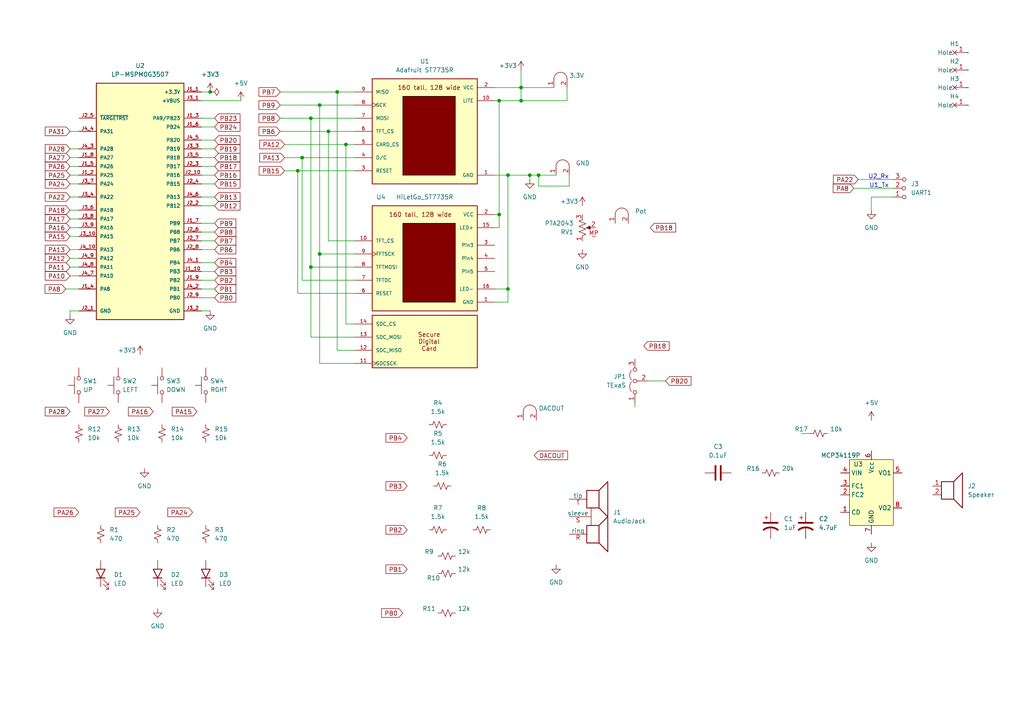
<source format=kicad_sch>
(kicad_sch (version 20230121) (generator eeschema)

  (uuid 69b823fd-c065-40ff-9bb9-c5835555f3eb)

  (paper "A4")

  (title_block
    (title "Starter Project")
    (date "2023-10-26")
    (rev "v1.0.0")
    (company "The University of Texas at Austin")
  )

  (lib_symbols
    (symbol "ECE319K:Adafruit_ST7735R" (pin_names (offset 1.016)) (in_bom yes) (on_board yes)
      (property "Reference" "U?" (at -15.24 16.002 0)
        (effects (font (size 1.27 1.27)) (justify left bottom))
      )
      (property "Value" "Adafruit ST7735R" (at -15.24 -17.78 0)
        (effects (font (size 1.27 1.27)) (justify left bottom))
      )
      (property "Footprint" "ECE319K:adafruit_st7735r" (at -5.08 22.86 0)
        (effects (font (size 1.27 1.27)) (justify bottom) hide)
      )
      (property "Datasheet" "https://www.mouser.com/datasheet/2/737/ST7735R_V0_2-2489618.pdf" (at -1.27 19.05 0)
        (effects (font (size 1.27 1.27)) hide)
      )
      (property "Distributor" "Mouser" (at 0 21.59 0)
        (effects (font (size 1.27 1.27)) hide)
      )
      (property "Manufacturer" "Adafruit" (at -15.24 21.59 0)
        (effects (font (size 1.27 1.27)) hide)
      )
      (property "P/N" "358" (at -1.27 16.51 0)
        (effects (font (size 1.27 1.27)) hide)
      )
      (property "LCSC Part #" "" (at 0 0 0)
        (effects (font (size 1.27 1.27)) hide)
      )
      (property "Cost" "19.95" (at 11.43 22.86 0)
        (effects (font (size 1.27 1.27)) hide)
      )
      (symbol "Adafruit_ST7735R_0_0"
        (rectangle (start -15.24 15.24) (end 15.24 -15.24)
          (stroke (width 0.254) (type default))
          (fill (type background))
        )
      )
      (symbol "Adafruit_ST7735R_1_0"
        (pin power_in line (at 20.32 -12.7 180) (length 5.08)
          (name "GND" (effects (font (size 1.016 1.016))))
          (number "1" (effects (font (size 1.016 1.016))))
        )
        (pin power_in line (at 20.32 8.89 180) (length 5.08)
          (name "LITE" (effects (font (size 1.016 1.016))))
          (number "10" (effects (font (size 1.016 1.016))))
        )
        (pin power_in line (at 20.32 12.7 180) (length 5.08)
          (name "VCC" (effects (font (size 1.016 1.016))))
          (number "2" (effects (font (size 1.016 1.016))))
        )
        (pin input line (at -20.32 -11.43 0) (length 5.08)
          (name "RESET" (effects (font (size 1.016 1.016))))
          (number "3" (effects (font (size 1.016 1.016))))
        )
        (pin input line (at -20.32 -7.62 0) (length 5.08)
          (name "D/C" (effects (font (size 1.016 1.016))))
          (number "4" (effects (font (size 1.016 1.016))))
        )
        (pin input line (at -20.32 -3.81 0) (length 5.08)
          (name "CARD_CS" (effects (font (size 1.016 1.016))))
          (number "5" (effects (font (size 1.016 1.016))))
        )
        (pin input line (at -20.32 0 0) (length 5.08)
          (name "TFT_CS" (effects (font (size 1.016 1.016))))
          (number "6" (effects (font (size 1.016 1.016))))
        )
        (pin input line (at -20.32 3.81 0) (length 5.08)
          (name "MOSI" (effects (font (size 1.016 1.016))))
          (number "7" (effects (font (size 1.016 1.016))))
        )
        (pin input clock (at -20.32 7.62 0) (length 5.08)
          (name "SCK" (effects (font (size 1.016 1.016))))
          (number "8" (effects (font (size 1.016 1.016))))
        )
        (pin output line (at -20.32 11.43 0) (length 5.08)
          (name "MISO" (effects (font (size 1.016 1.016))))
          (number "9" (effects (font (size 1.016 1.016))))
        )
      )
      (symbol "Adafruit_ST7735R_1_1"
        (rectangle (start -6.35 10.16) (end 8.89 -12.7)
          (stroke (width 0) (type default) (color 0 0 0 1))
          (fill (type color) (color 132 0 0 1))
        )
        (text "160 tall, 128 wide" (at 1.27 12.7 0)
          (effects (font (size 1.27 1.27)))
        )
      )
    )
    (symbol "ECE319K:C" (pin_numbers hide) (pin_names (offset 0.254)) (in_bom yes) (on_board yes)
      (property "Reference" "C" (at 0.635 2.54 0)
        (effects (font (size 1.27 1.27)) (justify left))
      )
      (property "Value" "C" (at 0.635 -2.54 0)
        (effects (font (size 1.27 1.27)) (justify left))
      )
      (property "Footprint" "ECE319K:C_Axial_200mil" (at 0.9652 -3.81 0)
        (effects (font (size 1.27 1.27)) hide)
      )
      (property "Datasheet" "~" (at 0 0 0)
        (effects (font (size 1.27 1.27)) hide)
      )
      (property "ki_keywords" "cap capacitor" (at 0 0 0)
        (effects (font (size 1.27 1.27)) hide)
      )
      (property "ki_description" "Unpolarized capacitor" (at 0 0 0)
        (effects (font (size 1.27 1.27)) hide)
      )
      (property "ki_fp_filters" "C_*" (at 0 0 0)
        (effects (font (size 1.27 1.27)) hide)
      )
      (symbol "C_0_1"
        (polyline
          (pts
            (xy -2.032 -0.762)
            (xy 2.032 -0.762)
          )
          (stroke (width 0.508) (type default))
          (fill (type none))
        )
        (polyline
          (pts
            (xy -2.032 0.762)
            (xy 2.032 0.762)
          )
          (stroke (width 0.508) (type default))
          (fill (type none))
        )
      )
      (symbol "C_1_1"
        (pin passive line (at 0 3.81 270) (length 2.794)
          (name "~" (effects (font (size 1.27 1.27))))
          (number "1" (effects (font (size 1.27 1.27))))
        )
        (pin passive line (at 0 -3.81 90) (length 2.794)
          (name "~" (effects (font (size 1.27 1.27))))
          (number "2" (effects (font (size 1.27 1.27))))
        )
      )
    )
    (symbol "ECE319K:C_Polarized" (pin_numbers hide) (pin_names (offset 0.254) hide) (in_bom yes) (on_board yes)
      (property "Reference" "C" (at 0.635 2.54 0)
        (effects (font (size 1.27 1.27)) (justify left))
      )
      (property "Value" "C_Polarized" (at 0.635 -2.54 0)
        (effects (font (size 1.27 1.27)) (justify left))
      )
      (property "Footprint" "ECE319K:CP_Radial_Tantal200mil" (at 0 0 0)
        (effects (font (size 1.27 1.27)) hide)
      )
      (property "Datasheet" "~" (at 0 0 0)
        (effects (font (size 1.27 1.27)) hide)
      )
      (property "ki_keywords" "cap capacitor" (at 0 0 0)
        (effects (font (size 1.27 1.27)) hide)
      )
      (property "ki_description" "Polarized capacitor, US symbol" (at 0 0 0)
        (effects (font (size 1.27 1.27)) hide)
      )
      (property "ki_fp_filters" "CP_*" (at 0 0 0)
        (effects (font (size 1.27 1.27)) hide)
      )
      (symbol "C_Polarized_0_1"
        (polyline
          (pts
            (xy -2.032 0.762)
            (xy 2.032 0.762)
          )
          (stroke (width 0.508) (type default))
          (fill (type none))
        )
        (polyline
          (pts
            (xy -1.778 2.286)
            (xy -0.762 2.286)
          )
          (stroke (width 0) (type default))
          (fill (type none))
        )
        (polyline
          (pts
            (xy -1.27 1.778)
            (xy -1.27 2.794)
          )
          (stroke (width 0) (type default))
          (fill (type none))
        )
        (arc (start 2.032 -1.27) (mid 0 -0.5572) (end -2.032 -1.27)
          (stroke (width 0.508) (type default))
          (fill (type none))
        )
      )
      (symbol "C_Polarized_1_1"
        (pin passive line (at 0 3.81 270) (length 2.794)
          (name "~" (effects (font (size 1.27 1.27))))
          (number "1" (effects (font (size 1.27 1.27))))
        )
        (pin passive line (at 0 -3.81 90) (length 3.302)
          (name "~" (effects (font (size 1.27 1.27))))
          (number "2" (effects (font (size 1.27 1.27))))
        )
      )
    )
    (symbol "ECE319K:Header_3" (pin_names (offset 0) hide) (in_bom yes) (on_board yes)
      (property "Reference" "J" (at 0 2.794 0)
        (effects (font (size 1.27 1.27)))
      )
      (property "Value" "Header3" (at 0.635 -4.445 0)
        (effects (font (size 1.27 1.27)))
      )
      (property "Footprint" "ECE319K:PinHeader_1x03_P2.54mm_Vertical" (at 0 5.08 0)
        (effects (font (size 1.27 1.27)) hide)
      )
      (property "Datasheet" "~" (at 0 0 0)
        (effects (font (size 1.27 1.27)) hide)
      )
      (property "ki_keywords" "Header" (at 0 0 0)
        (effects (font (size 1.27 1.27)) hide)
      )
      (property "ki_description" "Header, 3-pin" (at 0 0 0)
        (effects (font (size 1.27 1.27)) hide)
      )
      (property "ki_fp_filters" "Jumper* TestPoint*2Pads* TestPoint*Bridge*" (at 0 0 0)
        (effects (font (size 1.27 1.27)) hide)
      )
      (symbol "Header_3_0_0"
        (circle (center 1.905 2.54) (radius 0.508)
          (stroke (width 0) (type default))
          (fill (type none))
        )
      )
      (symbol "Header_3_1_0"
        (circle (center 1.905 -2.54) (radius 0.508)
          (stroke (width 0) (type default))
          (fill (type none))
        )
        (circle (center 2.032 0) (radius 0.508)
          (stroke (width 0) (type default))
          (fill (type none))
        )
      )
      (symbol "Header_3_1_1"
        (pin passive line (at 5.08 2.54 180) (length 2.54)
          (name "A" (effects (font (size 1.27 1.27))))
          (number "1" (effects (font (size 1.27 1.27))))
        )
        (pin passive line (at 5.08 0 180) (length 2.54)
          (name "B" (effects (font (size 1.27 1.27))))
          (number "2" (effects (font (size 1.27 1.27))))
        )
        (pin passive line (at 5.08 -2.54 180) (length 2.54)
          (name "C" (effects (font (size 1.27 1.27))))
          (number "3" (effects (font (size 1.27 1.27))))
        )
      )
    )
    (symbol "ECE319K:HeadphoneJack" (pin_names (offset 0)) (in_bom yes) (on_board yes)
      (property "Reference" "J" (at 1.27 5.715 0)
        (effects (font (size 1.27 1.27)) (justify right))
      )
      (property "Value" "AudioJack" (at 1.27 3.81 0)
        (effects (font (size 1.27 1.27)) (justify right))
      )
      (property "Footprint" "ECE319K:Jack_3.5mm_CUI_SJ1-3523N_Horizontal" (at -2.54 -17.78 0)
        (effects (font (size 1.27 1.27)) hide)
      )
      (property "Datasheet" "~" (at -0.254 -1.27 0)
        (effects (font (size 1.27 1.27)) hide)
      )
      (property "ki_keywords" "headphone sound" (at 0 0 0)
        (effects (font (size 1.27 1.27)) hide)
      )
      (property "ki_description" "Speaker" (at 0 0 0)
        (effects (font (size 1.27 1.27)) hide)
      )
      (symbol "HeadphoneJack_0_0"
        (rectangle (start -2.54 -8.89) (end 1.016 -13.97)
          (stroke (width 0.254) (type default))
          (fill (type none))
        )
        (rectangle (start -2.54 1.27) (end 1.016 -3.81)
          (stroke (width 0.254) (type default))
          (fill (type none))
        )
        (polyline
          (pts
            (xy 1.016 -8.89)
            (xy 3.556 -6.35)
            (xy 3.556 -16.51)
            (xy 1.016 -13.97)
          )
          (stroke (width 0.254) (type default))
          (fill (type none))
        )
        (polyline
          (pts
            (xy 1.016 1.27)
            (xy 3.556 3.81)
            (xy 3.556 -6.35)
            (xy 1.016 -3.81)
          )
          (stroke (width 0.254) (type default))
          (fill (type none))
        )
      )
      (symbol "HeadphoneJack_0_1"
        (polyline
          (pts
            (xy -2.54 -6.35)
            (xy -1.27 -6.35)
            (xy -1.27 -3.81)
            (xy -1.27 -8.89)
          )
          (stroke (width 0) (type default))
          (fill (type none))
        )
      )
      (symbol "HeadphoneJack_1_1"
        (pin input line (at -7.62 -11.43 0) (length 5.12)
          (name "ring" (effects (font (size 1.27 1.27))))
          (number "R" (effects (font (size 1.27 1.27))))
        )
        (pin input line (at -7.62 -6.35 0) (length 5.12)
          (name "sleeve" (effects (font (size 1.27 1.27))))
          (number "S" (effects (font (size 1.27 1.27))))
        )
        (pin input line (at -7.62 -1.27 0) (length 5.12)
          (name "tip" (effects (font (size 1.27 1.27))))
          (number "T" (effects (font (size 1.27 1.27))))
        )
      )
    )
    (symbol "ECE319K:HiLetGo_ST7735R" (pin_names (offset 1.016)) (in_bom yes) (on_board yes)
      (property "Reference" "U?" (at -15.24 16.002 0)
        (effects (font (size 1.27 1.27)) (justify left bottom))
      )
      (property "Value" "HiLetGo_ST7735R" (at -11.43 -34.29 0)
        (effects (font (size 1.27 1.27)) (justify left bottom))
      )
      (property "Footprint" "ECE319K:hiletgo_st7735r" (at -5.08 22.86 0)
        (effects (font (size 1.27 1.27)) (justify bottom) hide)
      )
      (property "Datasheet" "https://users.ece.utexas.edu/~valvano/mspm0/1-8-tft-display.pdf" (at -1.27 19.05 0)
        (effects (font (size 1.27 1.27)) hide)
      )
      (property "Distributor" "Amazon" (at 0 21.59 0)
        (effects (font (size 1.27 1.27)) hide)
      )
      (property "Manufacturer" "HiLetGo" (at -15.24 21.59 0)
        (effects (font (size 1.27 1.27)) hide)
      )
      (property "P/N" "https://www.amazon.com/s?k=hiletgo+ST7735R" (at -1.27 16.51 0)
        (effects (font (size 1.27 1.27)) hide)
      )
      (property "LCSC Part #" "" (at 0 0 0)
        (effects (font (size 1.27 1.27)) hide)
      )
      (property "Cost" "9.95" (at 11.43 22.86 0)
        (effects (font (size 1.27 1.27)) hide)
      )
      (property "ki_description" "http://hiletgo.com/ProductDetail/2157911.html" (at 0 0 0)
        (effects (font (size 1.27 1.27)) hide)
      )
      (symbol "HiLetGo_ST7735R_0_0"
        (rectangle (start -15.24 -16.51) (end 15.24 -31.75)
          (stroke (width 0.254) (type default))
          (fill (type background))
        )
        (rectangle (start -15.24 15.24) (end 15.24 -15.24)
          (stroke (width 0.254) (type default))
          (fill (type background))
        )
      )
      (symbol "HiLetGo_ST7735R_1_0"
        (pin power_in line (at 20.32 -12.7 180) (length 5.08)
          (name "GND" (effects (font (size 1.016 1.016))))
          (number "1" (effects (font (size 1.016 1.016))))
        )
        (pin input line (at -20.32 5.08 0) (length 5.08)
          (name "TFT_CS" (effects (font (size 1.016 1.016))))
          (number "10" (effects (font (size 1.016 1.016))))
        )
        (pin input clock (at -20.32 -30.48 0) (length 5.08)
          (name "SDCSCK" (effects (font (size 1.016 1.016))))
          (number "11" (effects (font (size 1.016 1.016))))
        )
        (pin output line (at -20.32 -26.67 0) (length 5.08)
          (name "SDC_MISO" (effects (font (size 1.016 1.016))))
          (number "12" (effects (font (size 1.016 1.016))))
        )
        (pin input line (at -20.32 -22.86 0) (length 5.08)
          (name "SDC_MOSI" (effects (font (size 1.016 1.016))))
          (number "13" (effects (font (size 1.016 1.016))))
        )
        (pin input line (at -20.32 -19.05 0) (length 5.08)
          (name "SDC_CS" (effects (font (size 1.016 1.016))))
          (number "14" (effects (font (size 1.016 1.016))))
        )
        (pin power_in line (at 20.32 8.89 180) (length 5.08)
          (name "LED+" (effects (font (size 1.016 1.016))))
          (number "15" (effects (font (size 1.016 1.016))))
        )
        (pin power_in line (at 20.32 -8.89 180) (length 5.08)
          (name "LED-" (effects (font (size 1.016 1.016))))
          (number "16" (effects (font (size 1.016 1.016))))
        )
        (pin power_in line (at 20.32 12.7 180) (length 5.08)
          (name "VCC" (effects (font (size 1.016 1.016))))
          (number "2" (effects (font (size 1.016 1.016))))
        )
        (pin free line (at 20.32 3.81 180) (length 5.08)
          (name "Pin3" (effects (font (size 1.016 1.016))))
          (number "3" (effects (font (size 1.016 1.016))))
        )
        (pin free line (at 20.32 0 180) (length 5.08)
          (name "Pin4" (effects (font (size 1.016 1.016))))
          (number "4" (effects (font (size 1.016 1.016))))
        )
        (pin free line (at 20.32 -3.81 180) (length 5.08)
          (name "Pin5" (effects (font (size 1.016 1.016))))
          (number "5" (effects (font (size 1.016 1.016))))
        )
        (pin input line (at -20.32 -10.16 0) (length 5.08)
          (name "RESET" (effects (font (size 1.016 1.016))))
          (number "6" (effects (font (size 1.016 1.016))))
        )
        (pin input line (at -20.32 -6.35 0) (length 5.08)
          (name "TFTDC" (effects (font (size 1.016 1.016))))
          (number "7" (effects (font (size 1.016 1.016))))
        )
        (pin input line (at -20.32 -2.54 0) (length 5.08)
          (name "TFTMOSI" (effects (font (size 1.016 1.016))))
          (number "8" (effects (font (size 1.016 1.016))))
        )
        (pin input clock (at -20.32 1.27 0) (length 5.08)
          (name "TFTSCK" (effects (font (size 1.016 1.016))))
          (number "9" (effects (font (size 1.016 1.016))))
        )
      )
      (symbol "HiLetGo_ST7735R_1_1"
        (rectangle (start -6.35 10.16) (end 8.89 -12.7)
          (stroke (width 0) (type default) (color 0 0 0 1))
          (fill (type color) (color 132 0 0 1))
        )
        (text "160 tall, 128 wide" (at -1.27 12.7 0)
          (effects (font (size 1.27 1.27)))
        )
        (text "Secure\nDigital\nCard" (at 1.27 -24.13 0)
          (effects (font (size 1.27 1.27)))
        )
      )
    )
    (symbol "ECE319K:Jumper_3_Open" (pin_names (offset 0) hide) (in_bom yes) (on_board yes)
      (property "Reference" "JP" (at -2.54 -2.54 0)
        (effects (font (size 1.27 1.27)))
      )
      (property "Value" "Jumper_3_Open" (at 0 2.794 0)
        (effects (font (size 1.27 1.27)))
      )
      (property "Footprint" "ECE319K:PinHeader_1x03_P2.54mm_Vertical" (at 0 0 0)
        (effects (font (size 1.27 1.27)) hide)
      )
      (property "Datasheet" "~" (at 0 0 0)
        (effects (font (size 1.27 1.27)) hide)
      )
      (property "ki_keywords" "Jumper SPDT" (at 0 0 0)
        (effects (font (size 1.27 1.27)) hide)
      )
      (property "ki_description" "Jumper, 3-pole, both open" (at 0 0 0)
        (effects (font (size 1.27 1.27)) hide)
      )
      (property "ki_fp_filters" "Jumper* TestPoint*3Pads* TestPoint*Bridge*" (at 0 0 0)
        (effects (font (size 1.27 1.27)) hide)
      )
      (symbol "Jumper_3_Open_0_0"
        (circle (center -3.302 0) (radius 0.508)
          (stroke (width 0) (type default))
          (fill (type none))
        )
        (circle (center 0 0) (radius 0.508)
          (stroke (width 0) (type default))
          (fill (type none))
        )
        (circle (center 3.302 0) (radius 0.508)
          (stroke (width 0) (type default))
          (fill (type none))
        )
      )
      (symbol "Jumper_3_Open_0_1"
        (arc (start -0.254 1.016) (mid -1.651 1.4992) (end -3.048 1.016)
          (stroke (width 0) (type default))
          (fill (type none))
        )
        (polyline
          (pts
            (xy 0 -0.508)
            (xy 0 -1.27)
          )
          (stroke (width 0) (type default))
          (fill (type none))
        )
        (arc (start 3.048 1.016) (mid 1.651 1.4992) (end 0.254 1.016)
          (stroke (width 0) (type default))
          (fill (type none))
        )
      )
      (symbol "Jumper_3_Open_1_1"
        (pin passive line (at -6.35 0 0) (length 2.54)
          (name "A" (effects (font (size 1.27 1.27))))
          (number "1" (effects (font (size 1.27 1.27))))
        )
        (pin passive line (at 0 -3.81 90) (length 2.54)
          (name "C" (effects (font (size 1.27 1.27))))
          (number "2" (effects (font (size 1.27 1.27))))
        )
        (pin passive line (at 6.35 0 180) (length 2.54)
          (name "B" (effects (font (size 1.27 1.27))))
          (number "3" (effects (font (size 1.27 1.27))))
        )
      )
    )
    (symbol "ECE319K:LED" (pin_numbers hide) (pin_names (offset 1.016) hide) (in_bom yes) (on_board yes)
      (property "Reference" "D" (at 1.27 1.27 0)
        (effects (font (size 1.27 1.27)))
      )
      (property "Value" "LED" (at -5.08 -1.27 0)
        (effects (font (size 1.27 1.27)))
      )
      (property "Footprint" "ECE319K:LED_D5.0mm" (at 0 2.54 0)
        (effects (font (size 1.27 1.27)) hide)
      )
      (property "Datasheet" "https://users.ece.utexas.edu/~valvano/mspm0/HLMP-4700.pdf" (at 0 2.54 0)
        (effects (font (size 1.27 1.27)) hide)
      )
      (property "ki_keywords" "LED diode" (at 0 0 0)
        (effects (font (size 1.27 1.27)) hide)
      )
      (property "ki_description" "Light emitting diode" (at 0 0 0)
        (effects (font (size 1.27 1.27)) hide)
      )
      (property "ki_fp_filters" "LED* LED_SMD:* LED_THT:*" (at 0 0 0)
        (effects (font (size 1.27 1.27)) hide)
      )
      (symbol "LED_0_1"
        (polyline
          (pts
            (xy 0 -1.27)
            (xy -2.54 -1.27)
          )
          (stroke (width 0.254) (type default))
          (fill (type none))
        )
        (polyline
          (pts
            (xy 0 1.27)
            (xy -2.54 1.27)
            (xy -1.27 -1.27)
            (xy 0 1.27)
          )
          (stroke (width 0.254) (type default))
          (fill (type none))
        )
        (polyline
          (pts
            (xy -0.508 -3.048)
            (xy 1.016 -4.572)
            (xy 1.016 -3.81)
            (xy 1.016 -4.572)
            (xy 0.254 -4.572)
          )
          (stroke (width 0) (type default))
          (fill (type none))
        )
        (polyline
          (pts
            (xy -0.508 -1.778)
            (xy 1.016 -3.302)
            (xy 1.016 -2.54)
            (xy 1.016 -3.302)
            (xy 0.254 -3.302)
          )
          (stroke (width 0) (type default))
          (fill (type none))
        )
      )
      (symbol "LED_1_1"
        (pin passive line (at -1.27 -3.81 90) (length 2.54)
          (name "K" (effects (font (size 1.27 1.27))))
          (number "1" (effects (font (size 1.27 1.27))))
        )
        (pin passive line (at -1.27 3.81 270) (length 2.54)
          (name "A" (effects (font (size 1.27 1.27))))
          (number "2" (effects (font (size 1.27 1.27))))
        )
      )
    )
    (symbol "ECE319K:LP-MSPM0G3507" (pin_names (offset 1.016)) (in_bom yes) (on_board yes)
      (property "Reference" "U?" (at -12.7367 34.3099 0)
        (effects (font (size 1.27 1.27)) (justify left bottom))
      )
      (property "Value" "LP-MSPM0G3507" (at -10.16 -38.1 0)
        (effects (font (size 1.27 1.27)) (justify left bottom))
      )
      (property "Footprint" "ECE319K:ti_LP_MSPM0G3507" (at 0 1.27 0)
        (effects (font (size 1.27 1.27)) (justify bottom) hide)
      )
      (property "Datasheet" "https://www.ti.com/tool/LP-MSPM0G3507" (at 7.62 35.56 0)
        (effects (font (size 1.27 1.27)) hide)
      )
      (property "Distributor" "Mouser" (at 0 2.54 0)
        (effects (font (size 1.27 1.27)) hide)
      )
      (property "Manufacturer" "Texas Instruments" (at 0 2.54 0)
        (effects (font (size 1.27 1.27)) hide)
      )
      (property "P/N" "LP-MSPM0G3507" (at -2.54 29.21 0)
        (effects (font (size 1.27 1.27)) hide)
      )
      (property "LCSC Part #" "" (at 0 0 0)
        (effects (font (size 1.27 1.27)) hide)
      )
      (property "Cost" "22.60" (at 0 2.54 0)
        (effects (font (size 1.27 1.27)) hide)
      )
      (property "ki_description" "LaunchPad" (at 0 0 0)
        (effects (font (size 1.27 1.27)) hide)
      )
      (symbol "LP-MSPM0G3507_0_0"
        (rectangle (start -12.7 -35.56) (end 12.7 33.02)
          (stroke (width 0.254) (type default))
          (fill (type background))
        )
      )
      (symbol "LP-MSPM0G3507_1_0"
        (pin power_out line (at 17.78 30.48 180) (length 5.08)
          (name "+3.3V" (effects (font (size 1.016 1.016))))
          (number "J1_1" (effects (font (size 1.016 1.016))))
        )
        (pin bidirectional line (at 17.78 -21.59 180) (length 5.08)
          (name "PB3" (effects (font (size 1.016 1.016))))
          (number "J1_10" (effects (font (size 1.016 1.016))))
        )
        (pin bidirectional line (at -17.78 6.35 0) (length 5.08)
          (name "PA25" (effects (font (size 1.016 1.016))))
          (number "J1_2" (effects (font (size 1.016 1.016))))
        )
        (pin bidirectional line (at 17.78 22.86 180) (length 5.08)
          (name "PA9/PB23" (effects (font (size 1.016 1.016))))
          (number "J1_3" (effects (font (size 1.016 1.016))))
        )
        (pin bidirectional line (at -17.78 -26.67 0) (length 5.08)
          (name "PA8" (effects (font (size 1.016 1.016))))
          (number "J1_4" (effects (font (size 1.016 1.016))))
        )
        (pin bidirectional line (at -17.78 8.89 0) (length 5.08)
          (name "PA26" (effects (font (size 1.016 1.016))))
          (number "J1_5" (effects (font (size 1.016 1.016))))
        )
        (pin bidirectional line (at 17.78 20.32 180) (length 5.08)
          (name "PB24" (effects (font (size 1.016 1.016))))
          (number "J1_6" (effects (font (size 1.016 1.016))))
        )
        (pin bidirectional line (at 17.78 -7.62 180) (length 5.08)
          (name "PB9" (effects (font (size 1.016 1.016))))
          (number "J1_7" (effects (font (size 1.016 1.016))))
        )
        (pin bidirectional line (at -17.78 11.43 0) (length 5.08)
          (name "PA27" (effects (font (size 1.016 1.016))))
          (number "J1_8" (effects (font (size 1.016 1.016))))
        )
        (pin bidirectional line (at 17.78 -24.13 180) (length 5.08)
          (name "PB2" (effects (font (size 1.016 1.016))))
          (number "J1_9" (effects (font (size 1.016 1.016))))
        )
        (pin power_out line (at -17.78 -33.02 0) (length 5.08)
          (name "GND" (effects (font (size 1.016 1.016))))
          (number "J2_1" (effects (font (size 1.016 1.016))))
        )
        (pin bidirectional line (at 17.78 6.35 180) (length 5.08)
          (name "PB16" (effects (font (size 1.016 1.016))))
          (number "J2_10" (effects (font (size 1.016 1.016))))
        )
        (pin bidirectional line (at 17.78 -2.54 180) (length 5.08)
          (name "PB12" (effects (font (size 1.016 1.016))))
          (number "J2_2" (effects (font (size 1.016 1.016))))
        )
        (pin bidirectional line (at 17.78 8.89 180) (length 5.08)
          (name "PB17" (effects (font (size 1.016 1.016))))
          (number "J2_3" (effects (font (size 1.016 1.016))))
        )
        (pin bidirectional line (at 17.78 3.81 180) (length 5.08)
          (name "PB15" (effects (font (size 1.016 1.016))))
          (number "J2_4" (effects (font (size 1.016 1.016))))
        )
        (pin input line (at -17.78 22.86 0) (length 5.08)
          (name "~{TARGETRST}" (effects (font (size 1.016 1.016))))
          (number "J2_5" (effects (font (size 1.016 1.016))))
        )
        (pin bidirectional line (at 17.78 -10.16 180) (length 5.08)
          (name "PB8" (effects (font (size 1.016 1.016))))
          (number "J2_6" (effects (font (size 1.016 1.016))))
        )
        (pin bidirectional line (at 17.78 -12.7 180) (length 5.08)
          (name "PB7" (effects (font (size 1.016 1.016))))
          (number "J2_7" (effects (font (size 1.016 1.016))))
        )
        (pin bidirectional line (at 17.78 -15.24 180) (length 5.08)
          (name "PB6" (effects (font (size 1.016 1.016))))
          (number "J2_8" (effects (font (size 1.016 1.016))))
        )
        (pin bidirectional line (at 17.78 -29.21 180) (length 5.08)
          (name "PB0" (effects (font (size 1.016 1.016))))
          (number "J2_9" (effects (font (size 1.016 1.016))))
        )
        (pin power_out line (at 17.78 27.94 180) (length 5.08)
          (name "+VBUS" (effects (font (size 1.016 1.016))))
          (number "J3_1" (effects (font (size 1.016 1.016))))
        )
        (pin bidirectional line (at -17.78 -11.43 0) (length 5.08)
          (name "PA15" (effects (font (size 1.016 1.016))))
          (number "J3_10" (effects (font (size 1.016 1.016))))
        )
        (pin power_out line (at 17.78 -33.02 180) (length 5.08)
          (name "GND" (effects (font (size 1.016 1.016))))
          (number "J3_2" (effects (font (size 1.016 1.016))))
        )
        (pin bidirectional line (at 17.78 13.97 180) (length 5.08)
          (name "PB19" (effects (font (size 1.016 1.016))))
          (number "J3_3" (effects (font (size 1.016 1.016))))
        )
        (pin bidirectional line (at -17.78 0 0) (length 5.08)
          (name "PA22" (effects (font (size 1.016 1.016))))
          (number "J3_4" (effects (font (size 1.016 1.016))))
        )
        (pin bidirectional line (at 17.78 11.43 180) (length 5.08)
          (name "PB18" (effects (font (size 1.016 1.016))))
          (number "J3_5" (effects (font (size 1.016 1.016))))
        )
        (pin bidirectional line (at -17.78 -3.81 0) (length 5.08)
          (name "PA18" (effects (font (size 1.016 1.016))))
          (number "J3_6" (effects (font (size 1.016 1.016))))
        )
        (pin bidirectional line (at -17.78 3.81 0) (length 5.08)
          (name "PA24" (effects (font (size 1.016 1.016))))
          (number "J3_7" (effects (font (size 1.016 1.016))))
        )
        (pin bidirectional line (at -17.78 -6.35 0) (length 5.08)
          (name "PA17" (effects (font (size 1.016 1.016))))
          (number "J3_8" (effects (font (size 1.016 1.016))))
        )
        (pin bidirectional line (at -17.78 -8.89 0) (length 5.08)
          (name "PA16" (effects (font (size 1.016 1.016))))
          (number "J3_9" (effects (font (size 1.016 1.016))))
        )
        (pin bidirectional line (at 17.78 -19.05 180) (length 5.08)
          (name "PB4" (effects (font (size 1.016 1.016))))
          (number "J4_1" (effects (font (size 1.016 1.016))))
        )
        (pin bidirectional line (at -17.78 -15.24 0) (length 5.08)
          (name "PA13" (effects (font (size 1.016 1.016))))
          (number "J4_10" (effects (font (size 1.016 1.016))))
        )
        (pin bidirectional line (at 17.78 -26.67 180) (length 5.08)
          (name "PB1" (effects (font (size 1.016 1.016))))
          (number "J4_2" (effects (font (size 1.016 1.016))))
        )
        (pin bidirectional line (at -17.78 13.97 0) (length 5.08)
          (name "PA28" (effects (font (size 1.016 1.016))))
          (number "J4_3" (effects (font (size 1.016 1.016))))
        )
        (pin bidirectional line (at -17.78 19.05 0) (length 5.08)
          (name "PA31" (effects (font (size 1.016 1.016))))
          (number "J4_4" (effects (font (size 1.016 1.016))))
        )
        (pin bidirectional line (at 17.78 16.51 180) (length 5.08)
          (name "PB20" (effects (font (size 1.016 1.016))))
          (number "J4_5" (effects (font (size 1.016 1.016))))
        )
        (pin bidirectional line (at 17.78 0 180) (length 5.08)
          (name "PB13" (effects (font (size 1.016 1.016))))
          (number "J4_6" (effects (font (size 1.016 1.016))))
        )
        (pin bidirectional line (at -17.78 -22.86 0) (length 5.08)
          (name "PA10" (effects (font (size 1.016 1.016))))
          (number "J4_7" (effects (font (size 1.016 1.016))))
        )
        (pin bidirectional line (at -17.78 -20.32 0) (length 5.08)
          (name "PA11" (effects (font (size 1.016 1.016))))
          (number "J4_8" (effects (font (size 1.016 1.016))))
        )
        (pin bidirectional line (at -17.78 -17.78 0) (length 5.08)
          (name "PA12" (effects (font (size 1.016 1.016))))
          (number "J4_9" (effects (font (size 1.016 1.016))))
        )
      )
    )
    (symbol "ECE319K:MCP34119P" (in_bom yes) (on_board yes)
      (property "Reference" "U" (at -5.08 7.62 0)
        (effects (font (size 1.27 1.27)))
      )
      (property "Value" "MCP34119P" (at -7.62 10.16 0)
        (effects (font (size 1.27 1.27)))
      )
      (property "Footprint" "ECE319K:DIP-8_W7.62mm_LongPads" (at 1.27 13.97 0)
        (effects (font (size 1.27 1.27)) hide)
      )
      (property "Datasheet" "https://users.ece.utexas.edu/~valvano/Datasheets/MC34119.pdf" (at 0 15.24 0)
        (effects (font (size 1.27 1.27)) hide)
      )
      (property "Distributor" "N/A" (at 0 0 0)
        (effects (font (size 1.27 1.27)) hide)
      )
      (property "Manufacturer" "Motorola" (at 0 0 0)
        (effects (font (size 1.27 1.27)) hide)
      )
      (property "P/N" "MC34119P" (at 0 0 0)
        (effects (font (size 1.27 1.27)) hide)
      )
      (property "LCSC Part #" "" (at 0 0 0)
        (effects (font (size 1.27 1.27)) hide)
      )
      (property "Cost" "N/A" (at 0 0 0)
        (effects (font (size 1.27 1.27)) hide)
      )
      (symbol "MCP34119P_1_1"
        (rectangle (start -6.35 8.89) (end 6.35 -10.16)
          (stroke (width 0) (type default))
          (fill (type background))
        )
        (pin input line (at -8.89 -6.35 0) (length 2.54)
          (name "CD" (effects (font (size 1.27 1.27))))
          (number "1" (effects (font (size 1.27 1.27))))
        )
        (pin input line (at -8.89 -1.27 0) (length 2.54)
          (name "FC2" (effects (font (size 1.27 1.27))))
          (number "2" (effects (font (size 1.27 1.27))))
        )
        (pin input line (at -8.89 1.27 0) (length 2.54)
          (name "FC1" (effects (font (size 1.27 1.27))))
          (number "3" (effects (font (size 1.27 1.27))))
        )
        (pin input line (at -8.89 5.08 0) (length 2.54)
          (name "VIN" (effects (font (size 1.27 1.27))))
          (number "4" (effects (font (size 1.27 1.27))))
        )
        (pin output line (at 8.89 5.08 180) (length 2.54)
          (name "VO1" (effects (font (size 1.27 1.27))))
          (number "5" (effects (font (size 1.27 1.27))))
        )
        (pin power_in line (at 0 11.43 270) (length 2.54)
          (name "Vcc" (effects (font (size 1.27 1.27))))
          (number "6" (effects (font (size 1.27 1.27))))
        )
        (pin power_in line (at 0 -12.7 90) (length 2.54)
          (name "GND" (effects (font (size 1.27 1.27))))
          (number "7" (effects (font (size 1.27 1.27))))
        )
        (pin output line (at 8.89 -5.08 180) (length 2.54)
          (name "VO2" (effects (font (size 1.27 1.27))))
          (number "8" (effects (font (size 1.27 1.27))))
        )
      )
    )
    (symbol "ECE319K:MountingHole" (in_bom yes) (on_board yes)
      (property "Reference" "H" (at 0 0 0)
        (effects (font (size 1.27 1.27)))
      )
      (property "Value" "" (at 0 0 0)
        (effects (font (size 1.27 1.27)))
      )
      (property "Footprint" "ECE319K:MountingHole_4_40" (at 0 0 0)
        (effects (font (size 1.27 1.27)) hide)
      )
      (property "Datasheet" "" (at 0 0 0)
        (effects (font (size 1.27 1.27)) hide)
      )
      (property "ki_description" "Drill hole for 4-40 screw" (at 0 0 0)
        (effects (font (size 1.27 1.27)) hide)
      )
      (symbol "MountingHole_1_1"
        (pin power_in non_logic (at 0 0 180) (length 3.81)
          (name "Hole" (effects (font (size 1.27 1.27))))
          (number "1" (effects (font (size 1.27 1.27))))
        )
      )
    )
    (symbol "ECE319K:PTA2043pot" (pin_names (offset 1.016) hide) (in_bom yes) (on_board yes)
      (property "Reference" "RV" (at -4.445 0 90)
        (effects (font (size 1.27 1.27)))
      )
      (property "Value" "PTA2043" (at -2.54 0 90)
        (effects (font (size 1.27 1.27)))
      )
      (property "Footprint" "ECE319K:PTA2043pot" (at 0 0 0)
        (effects (font (size 1.27 1.27)) hide)
      )
      (property "Datasheet" "~" (at 0 0 0)
        (effects (font (size 1.27 1.27)) hide)
      )
      (property "ki_keywords" "resistor variable" (at 0 0 0)
        (effects (font (size 1.27 1.27)) hide)
      )
      (property "ki_description" "Potentiometer, US symbol" (at 0 0 0)
        (effects (font (size 1.27 1.27)) hide)
      )
      (property "ki_fp_filters" "Potentiometer*" (at 0 0 0)
        (effects (font (size 1.27 1.27)) hide)
      )
      (symbol "PTA2043pot_0_1"
        (polyline
          (pts
            (xy 0 -2.286)
            (xy 0 -2.54)
          )
          (stroke (width 0) (type default))
          (fill (type none))
        )
        (polyline
          (pts
            (xy 0 2.54)
            (xy 0 2.286)
          )
          (stroke (width 0) (type default))
          (fill (type none))
        )
        (polyline
          (pts
            (xy 2.54 0)
            (xy 1.524 0)
          )
          (stroke (width 0) (type default))
          (fill (type none))
        )
        (polyline
          (pts
            (xy 1.143 0)
            (xy 2.286 0.508)
            (xy 2.286 -0.508)
            (xy 1.143 0)
          )
          (stroke (width 0) (type default))
          (fill (type outline))
        )
        (polyline
          (pts
            (xy 0 -0.762)
            (xy 1.016 -1.143)
            (xy 0 -1.524)
            (xy -1.016 -1.905)
            (xy 0 -2.286)
          )
          (stroke (width 0) (type default))
          (fill (type none))
        )
        (polyline
          (pts
            (xy 0 0.762)
            (xy 1.016 0.381)
            (xy 0 0)
            (xy -1.016 -0.381)
            (xy 0 -0.762)
          )
          (stroke (width 0) (type default))
          (fill (type none))
        )
        (polyline
          (pts
            (xy 0 2.286)
            (xy 1.016 1.905)
            (xy 0 1.524)
            (xy -1.016 1.143)
            (xy 0 0.762)
          )
          (stroke (width 0) (type default))
          (fill (type none))
        )
      )
      (symbol "PTA2043pot_1_1"
        (pin passive line (at 0 3.81 270) (length 1.27)
          (name "1" (effects (font (size 1.27 1.27))))
          (number "1" (effects (font (size 1.27 1.27))))
        )
        (pin passive line (at 3.81 0 180) (length 1.27)
          (name "2" (effects (font (size 1.27 1.27))))
          (number "2" (effects (font (size 1.27 1.27))))
        )
        (pin passive line (at 0 -3.81 90) (length 1.27)
          (name "3" (effects (font (size 1.27 1.27))))
          (number "3" (effects (font (size 1.27 1.27))))
        )
        (pin free line (at 3.81 2.54 180) (length 1)
          (name "MP" (effects (font (size 1.27 1.27))))
          (number "MP" (effects (font (size 1.27 1.27))))
        )
      )
    )
    (symbol "ECE319K:R_0.125W" (pin_numbers hide) (pin_names (offset 0.254) hide) (in_bom yes) (on_board yes)
      (property "Reference" "R" (at 0.762 0.508 0)
        (effects (font (size 1.27 1.27)) (justify left))
      )
      (property "Value" "R_0.125W" (at 0.762 -1.016 0)
        (effects (font (size 1.27 1.27)) (justify left))
      )
      (property "Footprint" "ECE319K:R_Axial_DIN0204_L3.6mm_D1.6mm_P7.62mm_Horizontal" (at 0 0 0)
        (effects (font (size 1.27 1.27)) hide)
      )
      (property "Datasheet" "https://users.ece.utexas.edu/~valvano/mspm0/CarbonFilmresistors.pdf" (at 0 0 0)
        (effects (font (size 1.27 1.27)) hide)
      )
      (property "ki_keywords" "r resistor" (at 0 0 0)
        (effects (font (size 1.27 1.27)) hide)
      )
      (property "ki_description" "Resistor, small US symbol" (at 0 0 0)
        (effects (font (size 1.27 1.27)) hide)
      )
      (property "ki_fp_filters" "R_*" (at 0 0 0)
        (effects (font (size 1.27 1.27)) hide)
      )
      (symbol "R_0.125W_1_1"
        (polyline
          (pts
            (xy 0 0)
            (xy 1.016 -0.381)
            (xy 0 -0.762)
            (xy -1.016 -1.143)
            (xy 0 -1.524)
          )
          (stroke (width 0) (type default))
          (fill (type none))
        )
        (polyline
          (pts
            (xy 0 1.524)
            (xy 1.016 1.143)
            (xy 0 0.762)
            (xy -1.016 0.381)
            (xy 0 0)
          )
          (stroke (width 0) (type default))
          (fill (type none))
        )
        (pin passive line (at 0 2.54 270) (length 1.016)
          (name "~" (effects (font (size 1.27 1.27))))
          (number "1" (effects (font (size 1.27 1.27))))
        )
        (pin passive line (at 0 -2.54 90) (length 1.016)
          (name "~" (effects (font (size 1.27 1.27))))
          (number "2" (effects (font (size 1.27 1.27))))
        )
      )
    )
    (symbol "ECE319K:SW_Push" (pin_numbers hide) (pin_names (offset 1.016) hide) (in_bom yes) (on_board yes)
      (property "Reference" "SW101" (at 1.27 -1.27 90)
        (effects (font (size 1.27 1.27)) (justify right))
      )
      (property "Value" "UP" (at -1.27 -1.27 90)
        (effects (font (size 1.27 1.27)) (justify right))
      )
      (property "Footprint" "ECE319K:SW_PUSH_6mm" (at 0 5.08 0)
        (effects (font (size 1.27 1.27)) hide)
      )
      (property "Datasheet" "~" (at 0 5.08 0)
        (effects (font (size 1.27 1.27)) hide)
      )
      (property "ki_keywords" "switch normally-open pushbutton push-button" (at 0 0 0)
        (effects (font (size 1.27 1.27)) hide)
      )
      (property "ki_description" "Push button switch, generic, two pins" (at 0 0 0)
        (effects (font (size 1.27 1.27)) hide)
      )
      (symbol "SW_Push_0_1"
        (circle (center -2.032 0) (radius 0.508)
          (stroke (width 0) (type default))
          (fill (type none))
        )
        (polyline
          (pts
            (xy 0 1.27)
            (xy 0 3.048)
          )
          (stroke (width 0) (type default))
          (fill (type none))
        )
        (polyline
          (pts
            (xy 2.54 1.27)
            (xy -2.54 1.27)
          )
          (stroke (width 0) (type default))
          (fill (type none))
        )
        (circle (center 2.032 0) (radius 0.508)
          (stroke (width 0) (type default))
          (fill (type none))
        )
        (pin passive line (at -5.08 0 0) (length 2.54)
          (name "1" (effects (font (size 1.27 1.27))))
          (number "1" (effects (font (size 1.27 1.27))))
        )
        (pin passive line (at 5.08 0 180) (length 2.54)
          (name "2" (effects (font (size 1.27 1.27))))
          (number "2" (effects (font (size 1.27 1.27))))
        )
      )
    )
    (symbol "ECE319K:Speaker" (pin_names (offset 0) hide) (in_bom yes) (on_board yes)
      (property "Reference" "J" (at 1.27 5.715 0)
        (effects (font (size 1.27 1.27)) (justify right))
      )
      (property "Value" "Speaker" (at 1.27 3.81 0)
        (effects (font (size 1.27 1.27)) (justify right))
      )
      (property "Footprint" "ECE319K:PinHeader_1x02_P2.54mm_Vertical" (at 0 -5.08 0)
        (effects (font (size 1.27 1.27)) hide)
      )
      (property "Datasheet" "~" (at -0.254 -1.27 0)
        (effects (font (size 1.27 1.27)) hide)
      )
      (property "ki_keywords" "speaker sound" (at 0 0 0)
        (effects (font (size 1.27 1.27)) hide)
      )
      (property "ki_description" "Speaker" (at 0 0 0)
        (effects (font (size 1.27 1.27)) hide)
      )
      (symbol "Speaker_0_0"
        (rectangle (start -2.54 1.27) (end 1.016 -3.81)
          (stroke (width 0.254) (type default))
          (fill (type none))
        )
        (polyline
          (pts
            (xy 1.016 1.27)
            (xy 3.556 3.81)
            (xy 3.556 -6.35)
            (xy 1.016 -3.81)
          )
          (stroke (width 0.254) (type default))
          (fill (type none))
        )
      )
      (symbol "Speaker_1_1"
        (pin input line (at -5.08 0 0) (length 2.54)
          (name "1" (effects (font (size 1.27 1.27))))
          (number "1" (effects (font (size 1.27 1.27))))
        )
        (pin input line (at -5.08 -2.54 0) (length 2.54)
          (name "2" (effects (font (size 1.27 1.27))))
          (number "2" (effects (font (size 1.27 1.27))))
        )
      )
    )
    (symbol "ECE319K:Testpoint" (pin_names (offset 0) hide) (in_bom yes) (on_board yes)
      (property "Reference" "TP" (at 0 2.794 0)
        (effects (font (size 1.27 1.27)))
      )
      (property "Value" "TP" (at 0 -2.286 0)
        (effects (font (size 1.27 1.27)))
      )
      (property "Footprint" "ECE319K:Testpoint_1x02_P2.54mm" (at 0 5.715 0)
        (effects (font (size 1.27 1.27)) hide)
      )
      (property "Datasheet" "~" (at 0 0 0)
        (effects (font (size 1.27 1.27)) hide)
      )
      (property "ki_keywords" "Testpoint" (at 0 0 0)
        (effects (font (size 1.27 1.27)) hide)
      )
      (property "ki_description" "Testpoint" (at 0 0 0)
        (effects (font (size 1.27 1.27)) hide)
      )
      (property "ki_fp_filters" "Jumper* TestPoint*2Pads* TestPoint*Bridge*" (at 0 0 0)
        (effects (font (size 1.27 1.27)) hide)
      )
      (symbol "Testpoint_0_1"
        (arc (start 0 4.445) (mid -1.347 3.887) (end -1.905 2.54)
          (stroke (width 0) (type default))
          (fill (type none))
        )
        (arc (start 1.9051 2.5401) (mid 1.3471 3.8871) (end 0.0001 4.4451)
          (stroke (width 0) (type default))
          (fill (type none))
        )
      )
      (symbol "Testpoint_1_1"
        (pin passive line (at -1.905 0 90) (length 2.54)
          (name "A" (effects (font (size 1.27 1.27))))
          (number "1" (effects (font (size 1.27 1.27))))
        )
        (pin passive line (at 1.905 0 90) (length 2.54)
          (name "B" (effects (font (size 1.27 1.27))))
          (number "2" (effects (font (size 1.27 1.27))))
        )
      )
    )
    (symbol "power:+3V3" (power) (pin_names (offset 0)) (in_bom yes) (on_board yes)
      (property "Reference" "#PWR" (at 0 -3.81 0)
        (effects (font (size 1.27 1.27)) hide)
      )
      (property "Value" "+3V3" (at 0 3.556 0)
        (effects (font (size 1.27 1.27)))
      )
      (property "Footprint" "" (at 0 0 0)
        (effects (font (size 1.27 1.27)) hide)
      )
      (property "Datasheet" "" (at 0 0 0)
        (effects (font (size 1.27 1.27)) hide)
      )
      (property "ki_keywords" "global power" (at 0 0 0)
        (effects (font (size 1.27 1.27)) hide)
      )
      (property "ki_description" "Power symbol creates a global label with name \"+3V3\"" (at 0 0 0)
        (effects (font (size 1.27 1.27)) hide)
      )
      (symbol "+3V3_0_1"
        (polyline
          (pts
            (xy -0.762 1.27)
            (xy 0 2.54)
          )
          (stroke (width 0) (type default))
          (fill (type none))
        )
        (polyline
          (pts
            (xy 0 0)
            (xy 0 2.54)
          )
          (stroke (width 0) (type default))
          (fill (type none))
        )
        (polyline
          (pts
            (xy 0 2.54)
            (xy 0.762 1.27)
          )
          (stroke (width 0) (type default))
          (fill (type none))
        )
      )
      (symbol "+3V3_1_1"
        (pin power_in line (at 0 0 90) (length 0) hide
          (name "+3V3" (effects (font (size 1.27 1.27))))
          (number "1" (effects (font (size 1.27 1.27))))
        )
      )
    )
    (symbol "power:+5V" (power) (pin_names (offset 0)) (in_bom yes) (on_board yes)
      (property "Reference" "#PWR" (at 0 -3.81 0)
        (effects (font (size 1.27 1.27)) hide)
      )
      (property "Value" "+5V" (at 0 3.556 0)
        (effects (font (size 1.27 1.27)))
      )
      (property "Footprint" "" (at 0 0 0)
        (effects (font (size 1.27 1.27)) hide)
      )
      (property "Datasheet" "" (at 0 0 0)
        (effects (font (size 1.27 1.27)) hide)
      )
      (property "ki_keywords" "global power" (at 0 0 0)
        (effects (font (size 1.27 1.27)) hide)
      )
      (property "ki_description" "Power symbol creates a global label with name \"+5V\"" (at 0 0 0)
        (effects (font (size 1.27 1.27)) hide)
      )
      (symbol "+5V_0_1"
        (polyline
          (pts
            (xy -0.762 1.27)
            (xy 0 2.54)
          )
          (stroke (width 0) (type default))
          (fill (type none))
        )
        (polyline
          (pts
            (xy 0 0)
            (xy 0 2.54)
          )
          (stroke (width 0) (type default))
          (fill (type none))
        )
        (polyline
          (pts
            (xy 0 2.54)
            (xy 0.762 1.27)
          )
          (stroke (width 0) (type default))
          (fill (type none))
        )
      )
      (symbol "+5V_1_1"
        (pin power_in line (at 0 0 90) (length 0) hide
          (name "+5V" (effects (font (size 1.27 1.27))))
          (number "1" (effects (font (size 1.27 1.27))))
        )
      )
    )
    (symbol "power:GND" (power) (pin_names (offset 0)) (in_bom yes) (on_board yes)
      (property "Reference" "#PWR" (at 0 -6.35 0)
        (effects (font (size 1.27 1.27)) hide)
      )
      (property "Value" "GND" (at 0 -3.81 0)
        (effects (font (size 1.27 1.27)))
      )
      (property "Footprint" "" (at 0 0 0)
        (effects (font (size 1.27 1.27)) hide)
      )
      (property "Datasheet" "" (at 0 0 0)
        (effects (font (size 1.27 1.27)) hide)
      )
      (property "ki_keywords" "global power" (at 0 0 0)
        (effects (font (size 1.27 1.27)) hide)
      )
      (property "ki_description" "Power symbol creates a global label with name \"GND\" , ground" (at 0 0 0)
        (effects (font (size 1.27 1.27)) hide)
      )
      (symbol "GND_0_1"
        (polyline
          (pts
            (xy 0 0)
            (xy 0 -1.27)
            (xy 1.27 -1.27)
            (xy 0 -2.54)
            (xy -1.27 -1.27)
            (xy 0 -1.27)
          )
          (stroke (width 0) (type default))
          (fill (type none))
        )
      )
      (symbol "GND_1_1"
        (pin power_in line (at 0 0 270) (length 0) hide
          (name "GND" (effects (font (size 1.27 1.27))))
          (number "1" (effects (font (size 1.27 1.27))))
        )
      )
    )
    (symbol "power:PWR_FLAG" (power) (pin_numbers hide) (pin_names (offset 0) hide) (in_bom yes) (on_board yes)
      (property "Reference" "#FLG" (at 0 1.905 0)
        (effects (font (size 1.27 1.27)) hide)
      )
      (property "Value" "PWR_FLAG" (at 0 3.81 0)
        (effects (font (size 1.27 1.27)))
      )
      (property "Footprint" "" (at 0 0 0)
        (effects (font (size 1.27 1.27)) hide)
      )
      (property "Datasheet" "~" (at 0 0 0)
        (effects (font (size 1.27 1.27)) hide)
      )
      (property "ki_keywords" "flag power" (at 0 0 0)
        (effects (font (size 1.27 1.27)) hide)
      )
      (property "ki_description" "Special symbol for telling ERC where power comes from" (at 0 0 0)
        (effects (font (size 1.27 1.27)) hide)
      )
      (symbol "PWR_FLAG_0_0"
        (pin power_out line (at 0 0 90) (length 0)
          (name "pwr" (effects (font (size 1.27 1.27))))
          (number "1" (effects (font (size 1.27 1.27))))
        )
      )
      (symbol "PWR_FLAG_0_1"
        (polyline
          (pts
            (xy 0 0)
            (xy 0 1.27)
            (xy -1.016 1.905)
            (xy 0 2.54)
            (xy 1.016 1.905)
            (xy 0 1.27)
          )
          (stroke (width 0) (type default))
          (fill (type none))
        )
      )
    )
  )

  (junction (at 86.36 49.53) (diameter 0) (color 0 0 0 0)
    (uuid 15b9c0b8-2915-4240-9821-98169723e316)
  )
  (junction (at 144.78 62.23) (diameter 0) (color 0 0 0 0)
    (uuid 15ddb681-7c9a-44dd-92cd-a2415cf5d0be)
  )
  (junction (at 97.79 26.67) (diameter 0) (color 0 0 0 0)
    (uuid 62c09f78-2eb5-45aa-8e2f-17d530039e83)
  )
  (junction (at 147.32 50.8) (diameter 0) (color 0 0 0 0)
    (uuid 68eb7fba-74ee-47d6-b8cd-033cd2ee520e)
  )
  (junction (at 87.63 45.72) (diameter 0) (color 0 0 0 0)
    (uuid 75f74bba-509e-4607-9edf-a06329862e8e)
  )
  (junction (at 95.25 38.1) (diameter 0) (color 0 0 0 0)
    (uuid 7b67df73-d366-4674-b080-8645545d3d3b)
  )
  (junction (at 147.32 83.82) (diameter 0) (color 0 0 0 0)
    (uuid 7b7d0830-b2df-458f-b9c8-5b0ed97038fe)
  )
  (junction (at 100.33 41.91) (diameter 0) (color 0 0 0 0)
    (uuid 85c828ec-5544-4cdb-8b7e-f0a889766356)
  )
  (junction (at 153.67 50.8) (diameter 0) (color 0 0 0 0)
    (uuid 8618d562-2b0a-4e9f-905f-330c6e6bc071)
  )
  (junction (at 144.78 29.21) (diameter 0) (color 0 0 0 0)
    (uuid 89f695ac-ea77-43f8-b443-49fea95297c9)
  )
  (junction (at 92.71 30.48) (diameter 0) (color 0 0 0 0)
    (uuid 98a48a11-3f86-4191-ae41-eb6ad4653712)
  )
  (junction (at 151.13 25.4) (diameter 0) (color 0 0 0 0)
    (uuid 98b1ff60-0fd2-40da-9d74-210375a87abf)
  )
  (junction (at 156.21 50.8) (diameter 0) (color 0 0 0 0)
    (uuid b947400c-fc4e-493b-81be-271607409b34)
  )
  (junction (at 90.17 77.47) (diameter 0) (color 0 0 0 0)
    (uuid d89048ba-a7df-4c43-86e0-0aeaaa7c7f25)
  )
  (junction (at 90.17 34.29) (diameter 0) (color 0 0 0 0)
    (uuid e6118ecf-6ec3-4587-8980-5dcfcf265bbf)
  )
  (junction (at 92.71 73.66) (diameter 0) (color 0 0 0 0)
    (uuid e9c0b7dc-37de-480c-9fea-56c647d73c4b)
  )
  (junction (at 151.13 29.21) (diameter 0) (color 0 0 0 0)
    (uuid e9fd713c-53d2-4f86-96a7-448bda7ec648)
  )
  (junction (at 60.96 26.67) (diameter 0) (color 0 0 0 0)
    (uuid f65880e2-7b81-46b1-8da6-c9229c731fa8)
  )

  (wire (pts (xy 165.1 53.975) (xy 156.21 53.975))
    (stroke (width 0) (type default))
    (uuid 0623fde6-625a-42af-8c91-989d5d490f75)
  )
  (wire (pts (xy 90.17 77.47) (xy 90.17 34.29))
    (stroke (width 0) (type default))
    (uuid 06b1154a-d499-4739-86f4-08072ee602c5)
  )
  (wire (pts (xy 102.87 85.09) (xy 86.36 85.09))
    (stroke (width 0) (type default))
    (uuid 09e6197f-26fc-4585-b048-5ec925e755c4)
  )
  (wire (pts (xy 58.42 86.36) (xy 62.23 86.36))
    (stroke (width 0) (type default))
    (uuid 0e9548f0-0be3-444b-a61b-01ad82debcb2)
  )
  (wire (pts (xy 58.42 57.15) (xy 62.23 57.15))
    (stroke (width 0) (type default))
    (uuid 100eb9f9-26ef-4840-8665-ae7c3805acb3)
  )
  (wire (pts (xy 81.28 38.1) (xy 95.25 38.1))
    (stroke (width 0) (type default))
    (uuid 13ac4c3b-f7c6-4f1c-a19b-5fc630802af6)
  )
  (wire (pts (xy 95.25 38.1) (xy 102.87 38.1))
    (stroke (width 0) (type default))
    (uuid 15704ab2-057e-41f2-9e29-d312ed8a5320)
  )
  (wire (pts (xy 58.42 50.8) (xy 62.23 50.8))
    (stroke (width 0) (type default))
    (uuid 1b40f78e-7836-45a8-b0d7-96dca4eae9ee)
  )
  (wire (pts (xy 20.32 91.44) (xy 20.32 90.17))
    (stroke (width 0) (type default))
    (uuid 1ec45f01-2ebd-4067-ac2b-022aa61eb606)
  )
  (wire (pts (xy 81.28 34.29) (xy 90.17 34.29))
    (stroke (width 0) (type default))
    (uuid 1f9b385a-a516-4ba5-b971-1bdcb50f27db)
  )
  (wire (pts (xy 100.33 41.91) (xy 102.87 41.91))
    (stroke (width 0) (type default))
    (uuid 1fd08c46-59c8-4215-b89d-b4a597815737)
  )
  (wire (pts (xy 82.55 49.53) (xy 86.36 49.53))
    (stroke (width 0) (type default))
    (uuid 21c132cb-5bfd-4fcd-b854-3b14b06f7ec6)
  )
  (wire (pts (xy 20.32 68.58) (xy 22.86 68.58))
    (stroke (width 0) (type default))
    (uuid 23af8c01-7500-47f4-9c56-abae2341019f)
  )
  (wire (pts (xy 58.42 26.67) (xy 60.96 26.67))
    (stroke (width 0) (type default))
    (uuid 25817f29-8898-450a-a701-df6100688d2c)
  )
  (wire (pts (xy 20.32 66.04) (xy 22.86 66.04))
    (stroke (width 0) (type default))
    (uuid 2630a5c7-5a7f-4f9f-8dd9-007b01d79b5c)
  )
  (wire (pts (xy 102.87 101.6) (xy 97.79 101.6))
    (stroke (width 0) (type default))
    (uuid 282955fd-379e-402f-932f-3abe046dfc2b)
  )
  (wire (pts (xy 164.465 25.4) (xy 164.465 29.21))
    (stroke (width 0) (type default))
    (uuid 29d39059-e593-45c4-95af-bc6d93ec5179)
  )
  (wire (pts (xy 247.65 54.61) (xy 259.08 54.61))
    (stroke (width 0) (type default))
    (uuid 2b379cad-dce5-43a0-847b-d4be0b35bf61)
  )
  (wire (pts (xy 143.51 66.04) (xy 144.78 66.04))
    (stroke (width 0) (type default))
    (uuid 2d48fc20-ffeb-4d30-8e26-367c46f1f4f5)
  )
  (wire (pts (xy 58.42 45.72) (xy 62.23 45.72))
    (stroke (width 0) (type default))
    (uuid 2dc13933-0199-4a47-80a3-595aa69b6247)
  )
  (wire (pts (xy 102.87 69.85) (xy 95.25 69.85))
    (stroke (width 0) (type default))
    (uuid 2ea1084e-07a6-4f50-a347-dd8a4367ebec)
  )
  (wire (pts (xy 58.42 40.64) (xy 62.23 40.64))
    (stroke (width 0) (type default))
    (uuid 337e769e-b400-40d8-8368-dc01fdd53062)
  )
  (wire (pts (xy 20.32 38.1) (xy 22.86 38.1))
    (stroke (width 0) (type default))
    (uuid 367b4cc0-09de-466e-a625-408cfc8ffd1c)
  )
  (wire (pts (xy 143.51 29.21) (xy 144.78 29.21))
    (stroke (width 0) (type default))
    (uuid 399a912a-8811-4f6e-bbf1-8e475079c702)
  )
  (wire (pts (xy 86.36 49.53) (xy 86.36 85.09))
    (stroke (width 0) (type default))
    (uuid 4193a554-a1e6-4b23-b46e-e4c641252ffe)
  )
  (wire (pts (xy 143.51 83.82) (xy 147.32 83.82))
    (stroke (width 0) (type default))
    (uuid 41f72de4-5d28-4f78-9007-590634e9e097)
  )
  (wire (pts (xy 87.63 45.72) (xy 87.63 81.28))
    (stroke (width 0) (type default))
    (uuid 4aa674fd-5b87-4030-b88b-b4b8b5c40a92)
  )
  (wire (pts (xy 58.42 72.39) (xy 62.23 72.39))
    (stroke (width 0) (type default))
    (uuid 4dc7a640-5528-461d-8943-bdb1809aec3c)
  )
  (wire (pts (xy 102.87 97.79) (xy 90.17 97.79))
    (stroke (width 0) (type default))
    (uuid 506af33f-e427-4732-bf25-d847313f42e1)
  )
  (wire (pts (xy 81.28 30.48) (xy 92.71 30.48))
    (stroke (width 0) (type default))
    (uuid 50b7cad0-a60c-4793-9550-699a4bd7878f)
  )
  (wire (pts (xy 20.32 48.26) (xy 22.86 48.26))
    (stroke (width 0) (type default))
    (uuid 525d6ab9-b686-43b5-9852-4dce861a0d44)
  )
  (wire (pts (xy 58.42 83.82) (xy 62.23 83.82))
    (stroke (width 0) (type default))
    (uuid 52de535c-9e68-4913-a898-673cc65aa88a)
  )
  (wire (pts (xy 19.05 83.82) (xy 22.86 83.82))
    (stroke (width 0) (type default))
    (uuid 53f9ddcf-fb6e-431a-9b9a-e01bbdee50cc)
  )
  (wire (pts (xy 100.33 93.98) (xy 100.33 41.91))
    (stroke (width 0) (type default))
    (uuid 5bda2897-21c2-4c35-97fd-c23cf6237ba1)
  )
  (wire (pts (xy 187.96 110.49) (xy 193.04 110.49))
    (stroke (width 0) (type default))
    (uuid 5c88032a-48b8-4139-8fe7-d6a64c8fb5a6)
  )
  (wire (pts (xy 58.42 76.2) (xy 62.23 76.2))
    (stroke (width 0) (type default))
    (uuid 6047372c-b683-49e2-8261-590d53b48c34)
  )
  (wire (pts (xy 144.78 66.04) (xy 144.78 62.23))
    (stroke (width 0) (type default))
    (uuid 60d4aad6-110d-4cf0-ba22-7b78cb7f967a)
  )
  (wire (pts (xy 20.32 63.5) (xy 22.86 63.5))
    (stroke (width 0) (type default))
    (uuid 63b05b21-008a-4d6c-babc-273cdcd8abc9)
  )
  (wire (pts (xy 58.42 34.29) (xy 62.23 34.29))
    (stroke (width 0) (type default))
    (uuid 6610dc32-7ecf-4834-8dcf-77f5c7a12a3c)
  )
  (wire (pts (xy 156.21 53.975) (xy 156.21 50.8))
    (stroke (width 0) (type default))
    (uuid 6a9f9e14-3547-4dbb-9fd2-53258ef7e44f)
  )
  (wire (pts (xy 143.51 87.63) (xy 147.32 87.63))
    (stroke (width 0) (type default))
    (uuid 6abd4e32-7b55-4dd6-8cde-bc904f852d77)
  )
  (wire (pts (xy 97.79 101.6) (xy 97.79 26.67))
    (stroke (width 0) (type default))
    (uuid 70e693ca-af1b-48f4-8112-737d92c23fe8)
  )
  (wire (pts (xy 144.78 29.21) (xy 151.13 29.21))
    (stroke (width 0) (type default))
    (uuid 71096c75-e0df-47d5-a079-e5e4ac4d7a33)
  )
  (wire (pts (xy 58.42 64.77) (xy 62.23 64.77))
    (stroke (width 0) (type default))
    (uuid 73966ed6-2210-4900-a4be-f26169e51c79)
  )
  (wire (pts (xy 151.13 25.4) (xy 151.13 20.32))
    (stroke (width 0) (type default))
    (uuid 761e8bc5-807a-4d4f-9819-9a63fa7f36d1)
  )
  (wire (pts (xy 82.55 45.72) (xy 87.63 45.72))
    (stroke (width 0) (type default))
    (uuid 7859eb1a-5595-460b-808a-6984c17accb9)
  )
  (wire (pts (xy 20.32 50.8) (xy 22.86 50.8))
    (stroke (width 0) (type default))
    (uuid 795e3285-1043-4421-9049-370a818470e9)
  )
  (wire (pts (xy 248.92 52.07) (xy 259.08 52.07))
    (stroke (width 0) (type default))
    (uuid 7aabb4f0-c2a7-40c4-ba8d-586e52560818)
  )
  (wire (pts (xy 58.42 48.26) (xy 62.23 48.26))
    (stroke (width 0) (type default))
    (uuid 7d1172ba-fee3-4b1e-86f8-66896d519e4a)
  )
  (wire (pts (xy 20.32 90.17) (xy 22.86 90.17))
    (stroke (width 0) (type default))
    (uuid 7d69ce2c-c25e-4582-9299-5a3a13a739ce)
  )
  (wire (pts (xy 153.67 50.8) (xy 153.67 52.07))
    (stroke (width 0) (type default))
    (uuid 80735b19-0984-4058-bcf2-c8b144a201bb)
  )
  (wire (pts (xy 58.42 29.21) (xy 69.85 29.21))
    (stroke (width 0) (type default))
    (uuid 8294a6c8-8dfe-49b6-ac78-adbafa82f1a2)
  )
  (wire (pts (xy 147.32 50.8) (xy 153.67 50.8))
    (stroke (width 0) (type default))
    (uuid 8329dcd8-e7e4-4c2f-afe3-fa5929513f92)
  )
  (wire (pts (xy 165.1 50.8) (xy 165.1 53.975))
    (stroke (width 0) (type default))
    (uuid 835b83e6-a595-4a12-b7c6-e74e99c16840)
  )
  (wire (pts (xy 144.78 62.23) (xy 144.78 29.21))
    (stroke (width 0) (type default))
    (uuid 851db91e-04fc-4445-90db-833a957ba8ab)
  )
  (wire (pts (xy 234.95 125.73) (xy 232.41 125.73))
    (stroke (width 0) (type default))
    (uuid 8dea8be6-a89d-4245-a6af-30af8336e44d)
  )
  (wire (pts (xy 20.32 57.15) (xy 22.86 57.15))
    (stroke (width 0) (type default))
    (uuid 8e32996b-3d23-49d0-8254-d59f68539ce7)
  )
  (wire (pts (xy 143.51 62.23) (xy 144.78 62.23))
    (stroke (width 0) (type default))
    (uuid 9363855c-cdd0-4b6e-ae5e-2c222e1aaf54)
  )
  (wire (pts (xy 252.73 57.15) (xy 252.73 60.96))
    (stroke (width 0) (type default))
    (uuid 99f0cd47-fb18-4ee7-8e15-6d2164527bbf)
  )
  (wire (pts (xy 90.17 97.79) (xy 90.17 77.47))
    (stroke (width 0) (type default))
    (uuid 9d7f5427-e1f6-4b5d-b09d-6d5c24e367e7)
  )
  (wire (pts (xy 102.87 81.28) (xy 87.63 81.28))
    (stroke (width 0) (type default))
    (uuid 9f3a7c1e-f12e-4b21-bfb5-aeed4fdc1bd8)
  )
  (wire (pts (xy 20.32 74.93) (xy 22.86 74.93))
    (stroke (width 0) (type default))
    (uuid 9f5ece53-17b9-481a-ae51-e6b9cbda22a1)
  )
  (wire (pts (xy 151.13 29.21) (xy 151.13 25.4))
    (stroke (width 0) (type default))
    (uuid a0a43342-1f16-4093-ae6e-de4e785fd019)
  )
  (wire (pts (xy 102.87 77.47) (xy 90.17 77.47))
    (stroke (width 0) (type default))
    (uuid a5aa0cee-13ed-4d77-90c3-70a2557b5201)
  )
  (wire (pts (xy 58.42 90.17) (xy 60.96 90.17))
    (stroke (width 0) (type default))
    (uuid af3749ff-69f3-4b6f-ba92-2c042baaeefa)
  )
  (wire (pts (xy 184.15 116.84) (xy 184.15 118.11))
    (stroke (width 0) (type default))
    (uuid b02798fe-65a3-4ea2-83b3-dccc7959679c)
  )
  (wire (pts (xy 58.42 67.31) (xy 62.23 67.31))
    (stroke (width 0) (type default))
    (uuid b0a30137-b034-4606-bd6b-3de0a9a9c74a)
  )
  (wire (pts (xy 86.36 49.53) (xy 102.87 49.53))
    (stroke (width 0) (type default))
    (uuid b0ee8a9d-e900-41a9-a30e-e06c1ba454d3)
  )
  (wire (pts (xy 58.42 81.28) (xy 62.23 81.28))
    (stroke (width 0) (type default))
    (uuid b2db4a7f-dcec-4d9a-9a94-30c416f7dc84)
  )
  (wire (pts (xy 143.51 25.4) (xy 151.13 25.4))
    (stroke (width 0) (type default))
    (uuid b43d95f7-2417-4854-8db7-683c11a5354e)
  )
  (wire (pts (xy 92.71 73.66) (xy 92.71 30.48))
    (stroke (width 0) (type default))
    (uuid b850ba5c-525b-4462-bdaa-af2c08376f2e)
  )
  (wire (pts (xy 20.32 80.01) (xy 22.86 80.01))
    (stroke (width 0) (type default))
    (uuid c2a1242f-e4ed-4843-8485-de1b2dae57c4)
  )
  (wire (pts (xy 102.87 93.98) (xy 100.33 93.98))
    (stroke (width 0) (type default))
    (uuid c49739de-1ac4-400a-a0c2-bf6f5efeeb8c)
  )
  (wire (pts (xy 20.32 77.47) (xy 22.86 77.47))
    (stroke (width 0) (type default))
    (uuid cc5f9ac6-ab03-4781-bd51-6ae6d1b7dfa7)
  )
  (wire (pts (xy 147.32 83.82) (xy 147.32 50.8))
    (stroke (width 0) (type default))
    (uuid cd5aad8b-cc49-4b1a-ab35-0e4ad02db9bf)
  )
  (wire (pts (xy 58.42 53.34) (xy 62.23 53.34))
    (stroke (width 0) (type default))
    (uuid cdac96f6-3f0f-4135-9758-b46a1f0f1399)
  )
  (wire (pts (xy 153.67 50.8) (xy 156.21 50.8))
    (stroke (width 0) (type default))
    (uuid d102c013-c280-49b6-8a04-031d7b3438f3)
  )
  (wire (pts (xy 92.71 105.41) (xy 92.71 73.66))
    (stroke (width 0) (type default))
    (uuid d27fea24-2f5b-4a64-ae88-834fc83afca8)
  )
  (wire (pts (xy 259.08 57.15) (xy 252.73 57.15))
    (stroke (width 0) (type default))
    (uuid d2bd4796-3259-42e8-9fdd-35431b0de790)
  )
  (wire (pts (xy 92.71 30.48) (xy 102.87 30.48))
    (stroke (width 0) (type default))
    (uuid d2e7dc23-405f-4fd1-8516-5467a237afeb)
  )
  (wire (pts (xy 58.42 78.74) (xy 62.23 78.74))
    (stroke (width 0) (type default))
    (uuid d6f284ad-e916-4992-a785-a1d73942d261)
  )
  (wire (pts (xy 95.25 69.85) (xy 95.25 38.1))
    (stroke (width 0) (type default))
    (uuid d8620257-03fa-4e1e-a289-fd0895a6d9c5)
  )
  (wire (pts (xy 20.32 45.72) (xy 22.86 45.72))
    (stroke (width 0) (type default))
    (uuid d8d03d06-be7b-4649-968b-6d3014a43083)
  )
  (wire (pts (xy 151.13 25.4) (xy 160.655 25.4))
    (stroke (width 0) (type default))
    (uuid dc849f3b-88dd-45d1-97df-19f7e4709a11)
  )
  (wire (pts (xy 87.63 45.72) (xy 102.87 45.72))
    (stroke (width 0) (type default))
    (uuid e0f26b76-f1d3-48bc-bb46-025dd1be6d8b)
  )
  (wire (pts (xy 143.51 50.8) (xy 147.32 50.8))
    (stroke (width 0) (type default))
    (uuid e1a8486c-8f90-44fa-be46-a8f067cfb950)
  )
  (wire (pts (xy 164.465 29.21) (xy 151.13 29.21))
    (stroke (width 0) (type default))
    (uuid e24c81f9-fdae-4500-af44-561be8e02917)
  )
  (wire (pts (xy 20.32 43.18) (xy 22.86 43.18))
    (stroke (width 0) (type default))
    (uuid e383d884-cb96-4811-a215-502fe41d220f)
  )
  (wire (pts (xy 20.32 72.39) (xy 22.86 72.39))
    (stroke (width 0) (type default))
    (uuid e596bbfb-5bf1-4b67-af8b-4403ef68726e)
  )
  (wire (pts (xy 58.42 43.18) (xy 62.23 43.18))
    (stroke (width 0) (type default))
    (uuid e84024c7-fc1a-4dc3-b5ca-4008e0e5997e)
  )
  (wire (pts (xy 58.42 59.69) (xy 62.23 59.69))
    (stroke (width 0) (type default))
    (uuid ef711be7-6e5a-4154-839f-a8ea8e7b6be9)
  )
  (wire (pts (xy 147.32 87.63) (xy 147.32 83.82))
    (stroke (width 0) (type default))
    (uuid ef778249-7dbf-4d0c-b44f-6dec6a274e03)
  )
  (wire (pts (xy 58.42 69.85) (xy 62.23 69.85))
    (stroke (width 0) (type default))
    (uuid f10c1c73-26a4-4eb2-90fb-321acd89fdb1)
  )
  (wire (pts (xy 58.42 36.83) (xy 62.23 36.83))
    (stroke (width 0) (type default))
    (uuid f1bc82b7-48fa-4b8f-9025-6f6983b0fcd3)
  )
  (wire (pts (xy 92.71 73.66) (xy 102.87 73.66))
    (stroke (width 0) (type default))
    (uuid f1d09358-1fb9-4bda-8840-4c6d63f96818)
  )
  (wire (pts (xy 97.79 26.67) (xy 102.87 26.67))
    (stroke (width 0) (type default))
    (uuid f22e0156-2818-4ba4-8194-f8652e6aee11)
  )
  (wire (pts (xy 20.32 60.96) (xy 22.86 60.96))
    (stroke (width 0) (type default))
    (uuid f305a462-9d52-4b71-9cac-517e3bf40d71)
  )
  (wire (pts (xy 90.17 34.29) (xy 102.87 34.29))
    (stroke (width 0) (type default))
    (uuid f4df7638-916c-4bfb-a5f6-a4a30ba108de)
  )
  (wire (pts (xy 81.28 26.67) (xy 97.79 26.67))
    (stroke (width 0) (type default))
    (uuid f7104722-c89d-40ed-9261-d7e05b93bf0a)
  )
  (wire (pts (xy 20.32 53.34) (xy 22.86 53.34))
    (stroke (width 0) (type default))
    (uuid f7b4421d-4623-4f5a-a226-7f2ba83adcfa)
  )
  (wire (pts (xy 102.87 105.41) (xy 92.71 105.41))
    (stroke (width 0) (type default))
    (uuid fabd029a-d760-4b46-98c7-8c0a362a1064)
  )
  (wire (pts (xy 156.21 50.8) (xy 161.29 50.8))
    (stroke (width 0) (type default))
    (uuid fdd6eb96-eb36-4173-a8be-011d34e03605)
  )
  (wire (pts (xy 82.55 41.91) (xy 100.33 41.91))
    (stroke (width 0) (type default))
    (uuid ffc94b10-0046-450c-a014-c28a15593c82)
  )

  (text "U2_Rx" (at 257.81 52.07 0)
    (effects (font (size 1.27 1.27)) (justify right bottom))
    (uuid 5a081f7f-d246-4419-aeda-8b04d6efcaff)
  )
  (text "U1_Tx" (at 257.81 54.61 0)
    (effects (font (size 1.27 1.27)) (justify right bottom))
    (uuid 7741cfe3-bb3c-487c-823a-b3cab4fb2399)
  )

  (global_label "PA13" (shape input) (at 82.55 45.72 180) (fields_autoplaced)
    (effects (font (size 1.27 1.27)) (justify right))
    (uuid 03cf9cf1-e669-46b7-a748-720da7d29b87)
    (property "Intersheetrefs" "${INTERSHEET_REFS}" (at 74.7872 45.72 0)
      (effects (font (size 1.27 1.27)) (justify right) hide)
    )
  )
  (global_label "PB4" (shape input) (at 118.11 127 180) (fields_autoplaced)
    (effects (font (size 1.27 1.27)) (justify right))
    (uuid 04367388-f84a-45b6-9fc2-bf5a616ba5dc)
    (property "Intersheetrefs" "${INTERSHEET_REFS}" (at 111.3753 127 0)
      (effects (font (size 1.27 1.27)) (justify right) hide)
    )
  )
  (global_label "PB8" (shape input) (at 62.23 67.31 0) (fields_autoplaced)
    (effects (font (size 1.27 1.27)) (justify left))
    (uuid 0735ec67-d462-415d-8bdf-f6dff7adaa35)
    (property "Intersheetrefs" "${INTERSHEET_REFS}" (at 68.9647 67.31 0)
      (effects (font (size 1.27 1.27)) (justify left) hide)
    )
  )
  (global_label "PA12" (shape input) (at 82.55 41.91 180) (fields_autoplaced)
    (effects (font (size 1.27 1.27)) (justify right))
    (uuid 0b9f759b-614a-48d4-8c3e-724113189470)
    (property "Intersheetrefs" "${INTERSHEET_REFS}" (at 74.7872 41.91 0)
      (effects (font (size 1.27 1.27)) (justify right) hide)
    )
  )
  (global_label "PB6" (shape input) (at 62.23 72.39 0) (fields_autoplaced)
    (effects (font (size 1.27 1.27)) (justify left))
    (uuid 0c7ffccf-fbd2-41f7-979c-95bd77fd7360)
    (property "Intersheetrefs" "${INTERSHEET_REFS}" (at 68.9647 72.39 0)
      (effects (font (size 1.27 1.27)) (justify left) hide)
    )
  )
  (global_label "PB6" (shape input) (at 81.28 38.1 180) (fields_autoplaced)
    (effects (font (size 1.27 1.27)) (justify right))
    (uuid 10c5136b-0062-4f38-9a1c-3cb52fa48788)
    (property "Intersheetrefs" "${INTERSHEET_REFS}" (at 74.5453 38.1 0)
      (effects (font (size 1.27 1.27)) (justify right) hide)
    )
  )
  (global_label "PA28" (shape input) (at 20.32 119.38 180) (fields_autoplaced)
    (effects (font (size 1.27 1.27)) (justify right))
    (uuid 113f5842-c065-426c-9f53-1ad0244155b2)
    (property "Intersheetrefs" "${INTERSHEET_REFS}" (at 12.5572 119.38 0)
      (effects (font (size 1.27 1.27)) (justify right) hide)
    )
  )
  (global_label "PB18" (shape input) (at 186.69 100.33 0) (fields_autoplaced)
    (effects (font (size 1.27 1.27)) (justify left))
    (uuid 13a5391c-d67d-459d-a171-afb4a8355f4a)
    (property "Intersheetrefs" "${INTERSHEET_REFS}" (at 194.6342 100.33 0)
      (effects (font (size 1.27 1.27)) (justify left) hide)
    )
  )
  (global_label "PB15" (shape input) (at 62.23 53.34 0) (fields_autoplaced)
    (effects (font (size 1.27 1.27)) (justify left))
    (uuid 16b35349-7074-4d2c-802e-6b9642756dd6)
    (property "Intersheetrefs" "${INTERSHEET_REFS}" (at 70.1742 53.34 0)
      (effects (font (size 1.27 1.27)) (justify left) hide)
    )
  )
  (global_label "PB7" (shape input) (at 81.28 26.67 180) (fields_autoplaced)
    (effects (font (size 1.27 1.27)) (justify right))
    (uuid 18b9d3ba-6d9e-49b4-8f0b-79f3e7b272f3)
    (property "Intersheetrefs" "${INTERSHEET_REFS}" (at 74.5453 26.67 0)
      (effects (font (size 1.27 1.27)) (justify right) hide)
    )
  )
  (global_label "PB20" (shape input) (at 193.04 110.49 0) (fields_autoplaced)
    (effects (font (size 1.27 1.27)) (justify left))
    (uuid 1b305904-b46f-496d-babf-c33a6c5863a2)
    (property "Intersheetrefs" "${INTERSHEET_REFS}" (at 200.9842 110.49 0)
      (effects (font (size 1.27 1.27)) (justify left) hide)
    )
  )
  (global_label "PA25" (shape input) (at 20.32 50.8 180) (fields_autoplaced)
    (effects (font (size 1.27 1.27)) (justify right))
    (uuid 1c0b94b8-798f-4529-a43c-f9511ceacc28)
    (property "Intersheetrefs" "${INTERSHEET_REFS}" (at 12.5572 50.8 0)
      (effects (font (size 1.27 1.27)) (justify right) hide)
    )
  )
  (global_label "PA22" (shape input) (at 20.32 57.15 180) (fields_autoplaced)
    (effects (font (size 1.27 1.27)) (justify right))
    (uuid 1cbf696a-86e5-4ae1-884c-7fd08e08a023)
    (property "Intersheetrefs" "${INTERSHEET_REFS}" (at 12.5572 57.15 0)
      (effects (font (size 1.27 1.27)) (justify right) hide)
    )
  )
  (global_label "PB18" (shape input) (at 62.23 45.72 0) (fields_autoplaced)
    (effects (font (size 1.27 1.27)) (justify left))
    (uuid 1f0a4af8-5cfd-4b92-a652-1c9abb5c3e1a)
    (property "Intersheetrefs" "${INTERSHEET_REFS}" (at 70.1742 45.72 0)
      (effects (font (size 1.27 1.27)) (justify left) hide)
    )
  )
  (global_label "PA24" (shape input) (at 20.32 53.34 180) (fields_autoplaced)
    (effects (font (size 1.27 1.27)) (justify right))
    (uuid 1f2b25a5-748c-4371-b77a-48746ce774dc)
    (property "Intersheetrefs" "${INTERSHEET_REFS}" (at 12.5572 53.34 0)
      (effects (font (size 1.27 1.27)) (justify right) hide)
    )
  )
  (global_label "PB7" (shape input) (at 62.23 69.85 0) (fields_autoplaced)
    (effects (font (size 1.27 1.27)) (justify left))
    (uuid 25dfad2c-0911-441a-993d-6a4100983554)
    (property "Intersheetrefs" "${INTERSHEET_REFS}" (at 68.9647 69.85 0)
      (effects (font (size 1.27 1.27)) (justify left) hide)
    )
  )
  (global_label "PA26" (shape input) (at 22.86 148.59 180) (fields_autoplaced)
    (effects (font (size 1.27 1.27)) (justify right))
    (uuid 26d51617-4d48-4290-8ae8-b174abbdaed8)
    (property "Intersheetrefs" "${INTERSHEET_REFS}" (at 15.0972 148.59 0)
      (effects (font (size 1.27 1.27)) (justify right) hide)
    )
  )
  (global_label "PB23" (shape input) (at 62.23 34.29 0) (fields_autoplaced)
    (effects (font (size 1.27 1.27)) (justify left))
    (uuid 2908da16-0d85-423d-8b5e-13b8f6b695af)
    (property "Intersheetrefs" "${INTERSHEET_REFS}" (at 70.1742 34.29 0)
      (effects (font (size 1.27 1.27)) (justify left) hide)
    )
  )
  (global_label "PA15" (shape input) (at 20.32 68.58 180) (fields_autoplaced)
    (effects (font (size 1.27 1.27)) (justify right))
    (uuid 2b838d09-6661-4b3c-86ef-9c230093ad75)
    (property "Intersheetrefs" "${INTERSHEET_REFS}" (at 12.5572 68.58 0)
      (effects (font (size 1.27 1.27)) (justify right) hide)
    )
  )
  (global_label "PB18" (shape input) (at 188.595 66.04 0) (fields_autoplaced)
    (effects (font (size 1.27 1.27)) (justify left))
    (uuid 2cfc01bb-50cb-48d4-917b-d43fa4365f49)
    (property "Intersheetrefs" "${INTERSHEET_REFS}" (at 196.5392 66.04 0)
      (effects (font (size 1.27 1.27)) (justify left) hide)
    )
  )
  (global_label "PB3" (shape input) (at 62.23 78.74 0) (fields_autoplaced)
    (effects (font (size 1.27 1.27)) (justify left))
    (uuid 32f9138b-8ec6-4675-8a85-2b4cfe6ed806)
    (property "Intersheetrefs" "${INTERSHEET_REFS}" (at 68.9647 78.74 0)
      (effects (font (size 1.27 1.27)) (justify left) hide)
    )
  )
  (global_label "PA31" (shape input) (at 20.32 38.1 180) (fields_autoplaced)
    (effects (font (size 1.27 1.27)) (justify right))
    (uuid 384abb14-f1e1-49e7-be35-178421986574)
    (property "Intersheetrefs" "${INTERSHEET_REFS}" (at 12.5572 38.1 0)
      (effects (font (size 1.27 1.27)) (justify right) hide)
    )
  )
  (global_label "PA26" (shape input) (at 20.32 48.26 180) (fields_autoplaced)
    (effects (font (size 1.27 1.27)) (justify right))
    (uuid 3b37b53d-1d88-4642-948e-aae1f5216c4c)
    (property "Intersheetrefs" "${INTERSHEET_REFS}" (at 12.5572 48.26 0)
      (effects (font (size 1.27 1.27)) (justify right) hide)
    )
  )
  (global_label "PA17" (shape input) (at 20.32 63.5 180) (fields_autoplaced)
    (effects (font (size 1.27 1.27)) (justify right))
    (uuid 3b8bb229-e5b8-4f54-bbfa-f747016d93b9)
    (property "Intersheetrefs" "${INTERSHEET_REFS}" (at 12.5572 63.5 0)
      (effects (font (size 1.27 1.27)) (justify right) hide)
    )
  )
  (global_label "PB3" (shape input) (at 118.11 140.97 180) (fields_autoplaced)
    (effects (font (size 1.27 1.27)) (justify right))
    (uuid 3e371702-bda9-4a19-850e-28e59aa7a859)
    (property "Intersheetrefs" "${INTERSHEET_REFS}" (at 111.3753 140.97 0)
      (effects (font (size 1.27 1.27)) (justify right) hide)
    )
  )
  (global_label "PB9" (shape input) (at 62.23 64.77 0) (fields_autoplaced)
    (effects (font (size 1.27 1.27)) (justify left))
    (uuid 3f0512ff-fb42-4ceb-973b-ecc0cea50ab8)
    (property "Intersheetrefs" "${INTERSHEET_REFS}" (at 68.9647 64.77 0)
      (effects (font (size 1.27 1.27)) (justify left) hide)
    )
  )
  (global_label "PA13" (shape input) (at 20.32 72.39 180) (fields_autoplaced)
    (effects (font (size 1.27 1.27)) (justify right))
    (uuid 44774754-22b7-4789-b116-cb5c421dded4)
    (property "Intersheetrefs" "${INTERSHEET_REFS}" (at 12.5572 72.39 0)
      (effects (font (size 1.27 1.27)) (justify right) hide)
    )
  )
  (global_label "PB17" (shape input) (at 62.23 48.26 0) (fields_autoplaced)
    (effects (font (size 1.27 1.27)) (justify left))
    (uuid 469c2cdf-512d-4572-ad27-1fc23838ee06)
    (property "Intersheetrefs" "${INTERSHEET_REFS}" (at 70.1742 48.26 0)
      (effects (font (size 1.27 1.27)) (justify left) hide)
    )
  )
  (global_label "PA16" (shape input) (at 44.45 119.38 180) (fields_autoplaced)
    (effects (font (size 1.27 1.27)) (justify right))
    (uuid 474a80ac-7cc6-423c-affb-06c79c4b7f4c)
    (property "Intersheetrefs" "${INTERSHEET_REFS}" (at 36.6872 119.38 0)
      (effects (font (size 1.27 1.27)) (justify right) hide)
    )
  )
  (global_label "PB8" (shape input) (at 81.28 34.29 180) (fields_autoplaced)
    (effects (font (size 1.27 1.27)) (justify right))
    (uuid 4b1824d3-9b2e-4084-9fd0-5bcf43f8be4b)
    (property "Intersheetrefs" "${INTERSHEET_REFS}" (at 74.5453 34.29 0)
      (effects (font (size 1.27 1.27)) (justify right) hide)
    )
  )
  (global_label "PA10" (shape input) (at 20.32 80.01 180) (fields_autoplaced)
    (effects (font (size 1.27 1.27)) (justify right))
    (uuid 4c8870c3-2d56-4c0f-8666-957c5abf06d9)
    (property "Intersheetrefs" "${INTERSHEET_REFS}" (at 12.5572 80.01 0)
      (effects (font (size 1.27 1.27)) (justify right) hide)
    )
  )
  (global_label "PA12" (shape input) (at 20.32 74.93 180) (fields_autoplaced)
    (effects (font (size 1.27 1.27)) (justify right))
    (uuid 6b221e27-407b-4893-b8bc-7663c28897cd)
    (property "Intersheetrefs" "${INTERSHEET_REFS}" (at 12.5572 74.93 0)
      (effects (font (size 1.27 1.27)) (justify right) hide)
    )
  )
  (global_label "PB0" (shape input) (at 116.84 177.8 180) (fields_autoplaced)
    (effects (font (size 1.27 1.27)) (justify right))
    (uuid 6f05c234-6673-43ac-af9a-caef0c931c8c)
    (property "Intersheetrefs" "${INTERSHEET_REFS}" (at 110.1053 177.8 0)
      (effects (font (size 1.27 1.27)) (justify right) hide)
    )
  )
  (global_label "PB4" (shape input) (at 62.23 76.2 0) (fields_autoplaced)
    (effects (font (size 1.27 1.27)) (justify left))
    (uuid 6f3f15aa-a0e9-4fc4-ad98-63519f8e7a59)
    (property "Intersheetrefs" "${INTERSHEET_REFS}" (at 68.9647 76.2 0)
      (effects (font (size 1.27 1.27)) (justify left) hide)
    )
  )
  (global_label "DACOUT" (shape input) (at 154.94 132.08 0) (fields_autoplaced)
    (effects (font (size 1.27 1.27)) (justify left))
    (uuid 7b2ea918-3e36-48ec-bf90-c5d6f1841463)
    (property "Intersheetrefs" "${INTERSHEET_REFS}" (at 165.1824 132.08 0)
      (effects (font (size 1.27 1.27)) (justify left) hide)
    )
  )
  (global_label "PB24" (shape input) (at 62.23 36.83 0) (fields_autoplaced)
    (effects (font (size 1.27 1.27)) (justify left))
    (uuid 7e80178d-4a92-44dd-be6a-6634428625ab)
    (property "Intersheetrefs" "${INTERSHEET_REFS}" (at 70.1742 36.83 0)
      (effects (font (size 1.27 1.27)) (justify left) hide)
    )
  )
  (global_label "PA27" (shape input) (at 31.75 119.38 180) (fields_autoplaced)
    (effects (font (size 1.27 1.27)) (justify right))
    (uuid 87909eff-9235-469a-b3b4-20e700e29800)
    (property "Intersheetrefs" "${INTERSHEET_REFS}" (at 23.9872 119.38 0)
      (effects (font (size 1.27 1.27)) (justify right) hide)
    )
  )
  (global_label "PB13" (shape input) (at 62.23 57.15 0) (fields_autoplaced)
    (effects (font (size 1.27 1.27)) (justify left))
    (uuid 890cc661-684d-456d-8c32-c79082786fb1)
    (property "Intersheetrefs" "${INTERSHEET_REFS}" (at 70.1742 57.15 0)
      (effects (font (size 1.27 1.27)) (justify left) hide)
    )
  )
  (global_label "PA11" (shape input) (at 20.32 77.47 180) (fields_autoplaced)
    (effects (font (size 1.27 1.27)) (justify right))
    (uuid 8f789793-683f-44f3-b94d-6e97a1de7a23)
    (property "Intersheetrefs" "${INTERSHEET_REFS}" (at 12.5572 77.47 0)
      (effects (font (size 1.27 1.27)) (justify right) hide)
    )
  )
  (global_label "PA27" (shape input) (at 20.32 45.72 180) (fields_autoplaced)
    (effects (font (size 1.27 1.27)) (justify right))
    (uuid 983c8a55-2816-4bb8-b375-2f08816f3cc1)
    (property "Intersheetrefs" "${INTERSHEET_REFS}" (at 12.5572 45.72 0)
      (effects (font (size 1.27 1.27)) (justify right) hide)
    )
  )
  (global_label "PA18" (shape input) (at 20.32 60.96 180) (fields_autoplaced)
    (effects (font (size 1.27 1.27)) (justify right))
    (uuid 98aa16c2-276f-4d4f-bd1b-61eef6a04512)
    (property "Intersheetrefs" "${INTERSHEET_REFS}" (at 12.5572 60.96 0)
      (effects (font (size 1.27 1.27)) (justify right) hide)
    )
  )
  (global_label "PB12" (shape input) (at 62.23 59.69 0) (fields_autoplaced)
    (effects (font (size 1.27 1.27)) (justify left))
    (uuid a9772ae9-668d-4374-8078-56dc1488f0f6)
    (property "Intersheetrefs" "${INTERSHEET_REFS}" (at 70.1742 59.69 0)
      (effects (font (size 1.27 1.27)) (justify left) hide)
    )
  )
  (global_label "PA25" (shape input) (at 40.64 148.59 180) (fields_autoplaced)
    (effects (font (size 1.27 1.27)) (justify right))
    (uuid a9a9353a-daad-4ccb-bbc8-1a69f8f61c40)
    (property "Intersheetrefs" "${INTERSHEET_REFS}" (at 32.8772 148.59 0)
      (effects (font (size 1.27 1.27)) (justify right) hide)
    )
  )
  (global_label "PA24" (shape input) (at 55.88 148.59 180) (fields_autoplaced)
    (effects (font (size 1.27 1.27)) (justify right))
    (uuid a9ead5b8-098a-4ba3-8cc4-8e2f4baf88d1)
    (property "Intersheetrefs" "${INTERSHEET_REFS}" (at 48.1172 148.59 0)
      (effects (font (size 1.27 1.27)) (justify right) hide)
    )
  )
  (global_label "PB1" (shape input) (at 62.23 83.82 0) (fields_autoplaced)
    (effects (font (size 1.27 1.27)) (justify left))
    (uuid b50469e1-59bf-47e2-84ef-beb57553d0f6)
    (property "Intersheetrefs" "${INTERSHEET_REFS}" (at 68.9647 83.82 0)
      (effects (font (size 1.27 1.27)) (justify left) hide)
    )
  )
  (global_label "PA16" (shape input) (at 20.32 66.04 180) (fields_autoplaced)
    (effects (font (size 1.27 1.27)) (justify right))
    (uuid b515cecb-e6f0-4ed8-853a-e6af0c1126ca)
    (property "Intersheetrefs" "${INTERSHEET_REFS}" (at 12.5572 66.04 0)
      (effects (font (size 1.27 1.27)) (justify right) hide)
    )
  )
  (global_label "PB16" (shape input) (at 62.23 50.8 0) (fields_autoplaced)
    (effects (font (size 1.27 1.27)) (justify left))
    (uuid b7c0dd82-927c-416b-b0ba-669f6218eb75)
    (property "Intersheetrefs" "${INTERSHEET_REFS}" (at 70.1742 50.8 0)
      (effects (font (size 1.27 1.27)) (justify left) hide)
    )
  )
  (global_label "PB20" (shape input) (at 62.23 40.64 0) (fields_autoplaced)
    (effects (font (size 1.27 1.27)) (justify left))
    (uuid bc9acf08-a502-44bf-acaf-6069cbabccc5)
    (property "Intersheetrefs" "${INTERSHEET_REFS}" (at 70.1742 40.64 0)
      (effects (font (size 1.27 1.27)) (justify left) hide)
    )
  )
  (global_label "PA28" (shape input) (at 20.32 43.18 180) (fields_autoplaced)
    (effects (font (size 1.27 1.27)) (justify right))
    (uuid bf0312cd-4e83-4beb-b65c-68803c01bd1f)
    (property "Intersheetrefs" "${INTERSHEET_REFS}" (at 12.5572 43.18 0)
      (effects (font (size 1.27 1.27)) (justify right) hide)
    )
  )
  (global_label "PB2" (shape input) (at 118.11 153.67 180) (fields_autoplaced)
    (effects (font (size 1.27 1.27)) (justify right))
    (uuid c259c27e-244f-40c1-aa48-27dc0585450a)
    (property "Intersheetrefs" "${INTERSHEET_REFS}" (at 111.3753 153.67 0)
      (effects (font (size 1.27 1.27)) (justify right) hide)
    )
  )
  (global_label "PB9" (shape input) (at 81.28 30.48 180) (fields_autoplaced)
    (effects (font (size 1.27 1.27)) (justify right))
    (uuid c3696ac2-1b47-4777-8d37-27ed836c462b)
    (property "Intersheetrefs" "${INTERSHEET_REFS}" (at 74.5453 30.48 0)
      (effects (font (size 1.27 1.27)) (justify right) hide)
    )
  )
  (global_label "PA8" (shape input) (at 19.05 83.82 180) (fields_autoplaced)
    (effects (font (size 1.27 1.27)) (justify right))
    (uuid c6227698-3363-4665-9396-07ed0770b419)
    (property "Intersheetrefs" "${INTERSHEET_REFS}" (at 12.4967 83.82 0)
      (effects (font (size 1.27 1.27)) (justify right) hide)
    )
  )
  (global_label "PA8" (shape input) (at 247.65 54.61 180) (fields_autoplaced)
    (effects (font (size 1.27 1.27)) (justify right))
    (uuid c96bc6f2-5b6b-4ac7-b5f9-d06e1b292b3b)
    (property "Intersheetrefs" "${INTERSHEET_REFS}" (at 241.0967 54.61 0)
      (effects (font (size 1.27 1.27)) (justify right) hide)
    )
  )
  (global_label "PA15" (shape input) (at 57.15 119.38 180) (fields_autoplaced)
    (effects (font (size 1.27 1.27)) (justify right))
    (uuid cbfa91bf-ba87-42ce-a438-c34c824ad5ef)
    (property "Intersheetrefs" "${INTERSHEET_REFS}" (at 49.3872 119.38 0)
      (effects (font (size 1.27 1.27)) (justify right) hide)
    )
  )
  (global_label "PB1" (shape input) (at 118.11 165.1 180) (fields_autoplaced)
    (effects (font (size 1.27 1.27)) (justify right))
    (uuid d08a200e-09a1-455a-9941-df797585ecdb)
    (property "Intersheetrefs" "${INTERSHEET_REFS}" (at 111.3753 165.1 0)
      (effects (font (size 1.27 1.27)) (justify right) hide)
    )
  )
  (global_label "PB0" (shape input) (at 62.23 86.36 0) (fields_autoplaced)
    (effects (font (size 1.27 1.27)) (justify left))
    (uuid d572b83c-30b0-45c8-828b-a86710171ae4)
    (property "Intersheetrefs" "${INTERSHEET_REFS}" (at 68.9647 86.36 0)
      (effects (font (size 1.27 1.27)) (justify left) hide)
    )
  )
  (global_label "PB19" (shape input) (at 62.23 43.18 0) (fields_autoplaced)
    (effects (font (size 1.27 1.27)) (justify left))
    (uuid dd1198d2-75d3-4648-b5da-db56471bc7d6)
    (property "Intersheetrefs" "${INTERSHEET_REFS}" (at 70.1742 43.18 0)
      (effects (font (size 1.27 1.27)) (justify left) hide)
    )
  )
  (global_label "PA22" (shape input) (at 248.92 52.07 180) (fields_autoplaced)
    (effects (font (size 1.27 1.27)) (justify right))
    (uuid f13ea41a-be2c-4b8b-80b8-7ae04b4ee3aa)
    (property "Intersheetrefs" "${INTERSHEET_REFS}" (at 241.1572 52.07 0)
      (effects (font (size 1.27 1.27)) (justify right) hide)
    )
  )
  (global_label "PB2" (shape input) (at 62.23 81.28 0) (fields_autoplaced)
    (effects (font (size 1.27 1.27)) (justify left))
    (uuid f318b69e-6405-4d94-9e36-f87134c23b03)
    (property "Intersheetrefs" "${INTERSHEET_REFS}" (at 68.9647 81.28 0)
      (effects (font (size 1.27 1.27)) (justify left) hide)
    )
  )
  (global_label "PB15" (shape input) (at 82.55 49.53 180) (fields_autoplaced)
    (effects (font (size 1.27 1.27)) (justify right))
    (uuid ff0878a4-4f61-4c80-8d6d-e84da7c82f02)
    (property "Intersheetrefs" "${INTERSHEET_REFS}" (at 74.6058 49.53 0)
      (effects (font (size 1.27 1.27)) (justify right) hide)
    )
  )

  (symbol (lib_id "ECE319K:MountingHole") (at 280.67 30.48 0) (unit 1)
    (in_bom yes) (on_board yes) (dnp no) (fields_autoplaced)
    (uuid 07f57f1e-85ff-49a0-bde5-eea64c0f22f6)
    (property "Reference" "H4" (at 276.86 27.94 0)
      (effects (font (size 1.27 1.27)))
    )
    (property "Value" "~" (at 280.67 30.48 0)
      (effects (font (size 1.27 1.27)))
    )
    (property "Footprint" "ECE319K:MountingHole_4_40" (at 280.67 30.48 0)
      (effects (font (size 1.27 1.27)) hide)
    )
    (property "Datasheet" "" (at 280.67 30.48 0)
      (effects (font (size 1.27 1.27)) hide)
    )
    (pin "1" (uuid d45e8cdf-2511-4256-bfaa-2183dcb73617))
    (instances
      (project "Starter"
        (path "/69b823fd-c065-40ff-9bb9-c5835555f3eb"
          (reference "H4") (unit 1)
        )
      )
    )
  )

  (symbol (lib_id "ECE319K:Adafruit_ST7735R") (at 123.19 38.1 0) (unit 1)
    (in_bom yes) (on_board yes) (dnp no) (fields_autoplaced)
    (uuid 10a294c1-22c4-456f-a332-b37f884d945c)
    (property "Reference" "U1" (at 123.19 17.78 0)
      (effects (font (size 1.27 1.27)))
    )
    (property "Value" "Adafruit ST7735R" (at 123.19 20.32 0)
      (effects (font (size 1.27 1.27)))
    )
    (property "Footprint" "ECE319K:adafruit_st7735r" (at 118.11 15.24 0)
      (effects (font (size 1.27 1.27)) (justify bottom) hide)
    )
    (property "Datasheet" "https://www.mouser.com/datasheet/2/737/ST7735R_V0_2-2489618.pdf" (at 121.92 19.05 0)
      (effects (font (size 1.27 1.27)) hide)
    )
    (property "Distributor" "Mouser" (at 123.19 16.51 0)
      (effects (font (size 1.27 1.27)) hide)
    )
    (property "Manufacturer" "Adafruit" (at 107.95 16.51 0)
      (effects (font (size 1.27 1.27)) hide)
    )
    (property "P/N" "358" (at 121.92 21.59 0)
      (effects (font (size 1.27 1.27)) hide)
    )
    (property "LCSC Part #" "" (at 123.19 38.1 0)
      (effects (font (size 1.27 1.27)) hide)
    )
    (property "Cost" "19.95" (at 134.62 15.24 0)
      (effects (font (size 1.27 1.27)) hide)
    )
    (pin "1" (uuid 3f003526-be48-482e-81ad-89145b167ab9))
    (pin "10" (uuid 07124667-6812-455d-b337-16793f8bdd5d))
    (pin "2" (uuid 641ace20-53b8-48fa-8340-dccbbd606dbe))
    (pin "3" (uuid 74daaaab-46cc-4fdb-a27b-aba327febcbd))
    (pin "4" (uuid 7b3c51a9-1bb9-468c-8118-11b646813fb8))
    (pin "5" (uuid 510adb52-49a4-4f19-ae8a-dd3d7de9bbb6))
    (pin "6" (uuid 744956ab-6ba9-402b-85e6-792ff45f4e33))
    (pin "7" (uuid 354cd20e-04bb-4c5a-997b-35f56f436c33))
    (pin "8" (uuid 6d19ba82-b9d4-43c3-b9cb-c258f70a8ac6))
    (pin "9" (uuid 38283499-8759-452b-8e7e-dff6616efb32))
    (instances
      (project "Starter"
        (path "/69b823fd-c065-40ff-9bb9-c5835555f3eb"
          (reference "U1") (unit 1)
        )
      )
    )
  )

  (symbol (lib_id "ECE319K:Jumper_3_Open") (at 184.15 110.49 90) (unit 1)
    (in_bom yes) (on_board yes) (dnp no) (fields_autoplaced)
    (uuid 17bf4c8c-9692-4cca-ad30-268292462e88)
    (property "Reference" "JP1" (at 181.61 109.22 90)
      (effects (font (size 1.27 1.27)) (justify left))
    )
    (property "Value" "TExaS" (at 181.61 111.76 90)
      (effects (font (size 1.27 1.27)) (justify left))
    )
    (property "Footprint" "ECE319K:PinHeader_1x03_P2.54mm_Vertical" (at 184.15 110.49 0)
      (effects (font (size 1.27 1.27)) hide)
    )
    (property "Datasheet" "~" (at 184.15 110.49 0)
      (effects (font (size 1.27 1.27)) hide)
    )
    (pin "1" (uuid 988883ba-e85e-447f-bb3b-ece6cd65977f))
    (pin "2" (uuid 2248e5ea-2f08-4f46-8ac7-80ea28d9a8d3))
    (pin "3" (uuid 9cc978e3-c2ef-4936-9025-c47768643d00))
    (instances
      (project "Starter"
        (path "/69b823fd-c065-40ff-9bb9-c5835555f3eb"
          (reference "JP1") (unit 1)
        )
      )
    )
  )

  (symbol (lib_id "ECE319K:R_0.125W") (at 127 153.67 270) (unit 1)
    (in_bom yes) (on_board yes) (dnp no) (fields_autoplaced)
    (uuid 1ce89db6-4f9a-4678-a143-79f4ed85ee89)
    (property "Reference" "R7" (at 127 147.32 90)
      (effects (font (size 1.27 1.27)))
    )
    (property "Value" "1.5k" (at 127 149.86 90)
      (effects (font (size 1.27 1.27)))
    )
    (property "Footprint" "ECE319K:R_Axial_DIN0204_L3.6mm_D1.6mm_P7.62mm_Horizontal" (at 127 153.67 0)
      (effects (font (size 1.27 1.27)) hide)
    )
    (property "Datasheet" "https://users.ece.utexas.edu/~valvano/mspm0/CarbonFilmresistors.pdf" (at 127 153.67 0)
      (effects (font (size 1.27 1.27)) hide)
    )
    (pin "1" (uuid 6409c50a-cc16-4b93-af29-1372c8ae9edb))
    (pin "2" (uuid 2549a055-9c00-43c4-a818-c245287eaf7b))
    (instances
      (project "Starter"
        (path "/69b823fd-c065-40ff-9bb9-c5835555f3eb"
          (reference "R7") (unit 1)
        )
      )
    )
  )

  (symbol (lib_id "ECE319K:R_0.125W") (at 29.21 154.94 0) (unit 1)
    (in_bom yes) (on_board yes) (dnp no) (fields_autoplaced)
    (uuid 1db2460f-3d4a-40bd-b434-8e87c4f439ca)
    (property "Reference" "R1" (at 31.75 153.67 0)
      (effects (font (size 1.27 1.27)) (justify left))
    )
    (property "Value" "470" (at 31.75 156.21 0)
      (effects (font (size 1.27 1.27)) (justify left))
    )
    (property "Footprint" "ECE319K:R_Axial_DIN0204_L3.6mm_D1.6mm_P7.62mm_Horizontal" (at 29.21 154.94 0)
      (effects (font (size 1.27 1.27)) hide)
    )
    (property "Datasheet" "https://users.ece.utexas.edu/~valvano/mspm0/CarbonFilmresistors.pdf" (at 29.21 154.94 0)
      (effects (font (size 1.27 1.27)) hide)
    )
    (pin "1" (uuid 9a5184a0-82c5-4827-bcea-f126cf589e32))
    (pin "2" (uuid 109824a4-f82d-4522-9c1b-063c760ce30f))
    (instances
      (project "Starter"
        (path "/69b823fd-c065-40ff-9bb9-c5835555f3eb"
          (reference "R1") (unit 1)
        )
      )
    )
  )

  (symbol (lib_id "ECE319K:LED") (at 60.96 166.37 0) (unit 1)
    (in_bom yes) (on_board yes) (dnp no) (fields_autoplaced)
    (uuid 28cb4593-afc4-499b-bbd3-a39bf1053820)
    (property "Reference" "D3" (at 63.5 166.6875 0)
      (effects (font (size 1.27 1.27)) (justify left))
    )
    (property "Value" "LED" (at 63.5 169.2275 0)
      (effects (font (size 1.27 1.27)) (justify left))
    )
    (property "Footprint" "ECE319K:LED_D5.0mm" (at 60.96 163.83 0)
      (effects (font (size 1.27 1.27)) hide)
    )
    (property "Datasheet" "https://users.ece.utexas.edu/~valvano/mspm0/HLMP-4700.pdf" (at 60.96 163.83 0)
      (effects (font (size 1.27 1.27)) hide)
    )
    (pin "1" (uuid c1bb856f-553d-4123-9287-c7cdb0338416))
    (pin "2" (uuid 44e81e17-0518-4fd0-93cd-2be034c220e0))
    (instances
      (project "Starter"
        (path "/69b823fd-c065-40ff-9bb9-c5835555f3eb"
          (reference "D3") (unit 1)
        )
      )
    )
  )

  (symbol (lib_id "ECE319K:R_0.125W") (at 139.7 153.67 270) (unit 1)
    (in_bom yes) (on_board yes) (dnp no) (fields_autoplaced)
    (uuid 2b380ac3-705d-4745-bc6e-e8871beeb20d)
    (property "Reference" "R8" (at 139.7 147.32 90)
      (effects (font (size 1.27 1.27)))
    )
    (property "Value" "1.5k" (at 139.7 149.86 90)
      (effects (font (size 1.27 1.27)))
    )
    (property "Footprint" "ECE319K:R_Axial_DIN0204_L3.6mm_D1.6mm_P7.62mm_Horizontal" (at 139.7 153.67 0)
      (effects (font (size 1.27 1.27)) hide)
    )
    (property "Datasheet" "https://users.ece.utexas.edu/~valvano/mspm0/CarbonFilmresistors.pdf" (at 139.7 153.67 0)
      (effects (font (size 1.27 1.27)) hide)
    )
    (pin "1" (uuid f4e6b0ec-aba4-4daa-8957-05c7029c2209))
    (pin "2" (uuid 9365dbde-e100-403f-9d4e-b08cd5462e30))
    (instances
      (project "Starter"
        (path "/69b823fd-c065-40ff-9bb9-c5835555f3eb"
          (reference "R8") (unit 1)
        )
      )
    )
  )

  (symbol (lib_id "power:GND") (at 252.73 60.96 0) (unit 1)
    (in_bom yes) (on_board yes) (dnp no) (fields_autoplaced)
    (uuid 2bb3960f-2090-44a6-b418-576d01803ea4)
    (property "Reference" "#PWR06" (at 252.73 67.31 0)
      (effects (font (size 1.27 1.27)) hide)
    )
    (property "Value" "GND" (at 252.73 66.04 0)
      (effects (font (size 1.27 1.27)))
    )
    (property "Footprint" "" (at 252.73 60.96 0)
      (effects (font (size 1.27 1.27)) hide)
    )
    (property "Datasheet" "" (at 252.73 60.96 0)
      (effects (font (size 1.27 1.27)) hide)
    )
    (pin "1" (uuid 953f8279-b3e4-4533-9042-c3de2a19606f))
    (instances
      (project "Starter"
        (path "/69b823fd-c065-40ff-9bb9-c5835555f3eb"
          (reference "#PWR06") (unit 1)
        )
      )
    )
  )

  (symbol (lib_id "ECE319K:SW_Push") (at 34.29 111.76 90) (unit 1)
    (in_bom yes) (on_board yes) (dnp no) (fields_autoplaced)
    (uuid 2e0a5148-83d3-4519-8d8d-9b15e6357f07)
    (property "Reference" "SW2" (at 35.56 110.49 90)
      (effects (font (size 1.27 1.27)) (justify right))
    )
    (property "Value" "LEFT" (at 35.56 113.03 90)
      (effects (font (size 1.27 1.27)) (justify right))
    )
    (property "Footprint" "ECE319K:SW_PUSH_6mm" (at 29.21 111.76 0)
      (effects (font (size 1.27 1.27)) hide)
    )
    (property "Datasheet" "~" (at 29.21 111.76 0)
      (effects (font (size 1.27 1.27)) hide)
    )
    (pin "1" (uuid ef1dd9cd-08cd-4173-984c-8e892b4f4c36))
    (pin "2" (uuid ac935f7b-a3af-4092-81b7-883c5f028444))
    (instances
      (project "Starter"
        (path "/69b823fd-c065-40ff-9bb9-c5835555f3eb"
          (reference "SW2") (unit 1)
        )
      )
    )
  )

  (symbol (lib_id "ECE319K:LP-MSPM0G3507") (at 40.64 57.15 0) (unit 1)
    (in_bom yes) (on_board yes) (dnp no) (fields_autoplaced)
    (uuid 3e285a49-0eee-4947-b40d-467aebf7f856)
    (property "Reference" "U2" (at 40.64 19.05 0)
      (effects (font (size 1.27 1.27)))
    )
    (property "Value" "LP-MSPM0G3507" (at 40.64 21.59 0)
      (effects (font (size 1.27 1.27)))
    )
    (property "Footprint" "ECE319K:ti_LP_MSPM0G3507" (at 40.64 55.88 0)
      (effects (font (size 1.27 1.27)) (justify bottom) hide)
    )
    (property "Datasheet" "https://www.ti.com/tool/LP-MSPM0G3507" (at 48.26 21.59 0)
      (effects (font (size 1.27 1.27)) hide)
    )
    (property "Distributor" "Mouser" (at 40.64 54.61 0)
      (effects (font (size 1.27 1.27)) hide)
    )
    (property "Manufacturer" "Texas Instruments" (at 40.64 54.61 0)
      (effects (font (size 1.27 1.27)) hide)
    )
    (property "P/N" "LP-MSPM0G3507" (at 38.1 27.94 0)
      (effects (font (size 1.27 1.27)) hide)
    )
    (property "LCSC Part #" "" (at 40.64 57.15 0)
      (effects (font (size 1.27 1.27)) hide)
    )
    (property "Cost" "22.60" (at 40.64 54.61 0)
      (effects (font (size 1.27 1.27)) hide)
    )
    (pin "J1_1" (uuid be0da21f-e039-4a06-8412-a03f7bc67f31))
    (pin "J1_10" (uuid 8ca44374-3cd0-4fcf-97a2-4df26bfef972))
    (pin "J1_2" (uuid d80963c4-583c-429c-81be-49b9a61e5845))
    (pin "J1_3" (uuid 7342b6f0-0641-4d66-b0a5-8281bff632db))
    (pin "J1_4" (uuid 4b070ef2-1b60-4b56-80b5-e2ba5c644bbc))
    (pin "J1_5" (uuid fcb8620c-d99c-464b-b106-ae58607ca3b3))
    (pin "J1_6" (uuid f384f0ee-69ab-49a3-8fff-6138fd632e03))
    (pin "J1_7" (uuid 532fb015-1354-4c0d-90bf-e4eb89b1a889))
    (pin "J1_8" (uuid fef38e1d-634e-477f-aae9-2e7c27970e8d))
    (pin "J1_9" (uuid 303a5525-6ab9-42d8-9819-0be1166f7325))
    (pin "J2_1" (uuid 219fda6b-f97f-4de6-8253-f5cc3a606029))
    (pin "J2_10" (uuid 65af8f98-7487-4670-a8c5-3d75307ee536))
    (pin "J2_2" (uuid 35c55477-12a5-4dcb-922c-cec3dfa90f6e))
    (pin "J2_3" (uuid db3028af-7501-4468-997c-92ce1ce43fb2))
    (pin "J2_4" (uuid 5ac427b2-81df-4cea-a76a-bf59cacbfb72))
    (pin "J2_5" (uuid 22a521c6-5355-4298-b245-f98bea91d2f6))
    (pin "J2_6" (uuid b52ebaa5-e44b-4757-841c-f7c350831aee))
    (pin "J2_7" (uuid c4322a63-f35f-4337-ac55-e495b5e0ad3b))
    (pin "J2_8" (uuid 05951ecb-67d3-4525-945b-6ce8efe8ab12))
    (pin "J2_9" (uuid 12d06eb4-9d52-411a-9842-d33a0b2ce2a6))
    (pin "J3_1" (uuid 9d0b4cb0-7f65-4b60-a8f1-4f782cf3584f))
    (pin "J3_10" (uuid a8d0473b-bc59-4d9f-90be-433a2bd5ed1e))
    (pin "J3_2" (uuid 0e83ba58-a707-4d55-91de-1df4bcbba483))
    (pin "J3_3" (uuid ba3fe4a1-e9ff-4b40-a0ef-52d0bb1c85ef))
    (pin "J3_4" (uuid aa71082f-220d-4981-9e6a-494e92080b8b))
    (pin "J3_5" (uuid 7a52ddaa-5257-46b0-9786-14c6c93b75df))
    (pin "J3_6" (uuid 1b87dd8d-285c-494c-b44b-a0f2867637db))
    (pin "J3_7" (uuid f59484b1-2c6f-447b-b9f6-1a46453e80fe))
    (pin "J3_8" (uuid cbae4c46-1934-4ade-b389-e27fa485672d))
    (pin "J3_9" (uuid c4618f06-9578-43c8-afb2-645f6c7a617e))
    (pin "J4_1" (uuid ae638137-5e72-41c1-a2c1-01ff5f59fdc3))
    (pin "J4_10" (uuid a8240e77-72d2-4441-a0ed-b1876da249a6))
    (pin "J4_2" (uuid ca2901dd-1de8-4986-8906-e78042cec962))
    (pin "J4_3" (uuid d8f08ad5-274c-4a50-b79b-2cb09f2a98e4))
    (pin "J4_4" (uuid 23fc1072-5be4-407c-baa1-26cf513e63f9))
    (pin "J4_5" (uuid f2d42592-e962-4f2f-8e52-26bd70238111))
    (pin "J4_6" (uuid 45c976db-35af-4a72-8f9e-e25863050655))
    (pin "J4_7" (uuid 56a54559-c136-4c11-a0d2-c4ce4ca8cd67))
    (pin "J4_8" (uuid f646f751-a51a-4892-9e9d-f452c79ec8ed))
    (pin "J4_9" (uuid 6751a298-1a8a-4d33-a5b6-d629a1232299))
    (instances
      (project "Starter"
        (path "/69b823fd-c065-40ff-9bb9-c5835555f3eb"
          (reference "U2") (unit 1)
        )
      )
    )
  )

  (symbol (lib_id "ECE319K:MCP34119P") (at 252.73 142.24 0) (unit 1)
    (in_bom yes) (on_board yes) (dnp no)
    (uuid 410a55c4-0f01-4675-b4f0-136a1476ce9f)
    (property "Reference" "U3" (at 248.92 134.62 0)
      (effects (font (size 1.27 1.27)))
    )
    (property "Value" "MCP34119P" (at 243.84 132.08 0)
      (effects (font (size 1.27 1.27)))
    )
    (property "Footprint" "ECE319K:DIP-8_W7.62mm_LongPads" (at 252.73 132.08 0)
      (effects (font (size 1.27 1.27)) hide)
    )
    (property "Datasheet" "https://users.ece.utexas.edu/~valvano/Datasheets/MC34119.pdf" (at 252.73 132.08 0)
      (effects (font (size 1.27 1.27)) hide)
    )
    (property "Distributor" "N/A" (at 252.73 142.24 0)
      (effects (font (size 1.27 1.27)) hide)
    )
    (property "Manufacturer" "Motorola" (at 252.73 142.24 0)
      (effects (font (size 1.27 1.27)) hide)
    )
    (property "P/N" "MC34119P" (at 252.73 142.24 0)
      (effects (font (size 1.27 1.27)) hide)
    )
    (property "LCSC Part #" "" (at 252.73 142.24 0)
      (effects (font (size 1.27 1.27)) hide)
    )
    (property "Cost" "N/A" (at 252.73 142.24 0)
      (effects (font (size 1.27 1.27)) hide)
    )
    (pin "1" (uuid 380ed434-72a3-4eb8-a3fc-74403f9be8a5))
    (pin "2" (uuid 5683e229-f03c-4344-8353-51287712015e))
    (pin "3" (uuid 6b88bb78-6440-46bb-9d3a-b14cc8f5e8fb))
    (pin "4" (uuid c37a59f9-ad95-4c31-a144-edeaed84959a))
    (pin "5" (uuid a54e12b5-5bc0-4cfb-aca2-89d0fba24d15))
    (pin "6" (uuid 7a006e75-b3f2-452b-9477-681ac709d282))
    (pin "7" (uuid 31fc38b0-9f8c-4bc6-b4a3-a0cde77dfa39))
    (pin "8" (uuid 47d04bec-176f-4e81-960a-72021435c1a4))
    (instances
      (project "Starter"
        (path "/69b823fd-c065-40ff-9bb9-c5835555f3eb"
          (reference "U3") (unit 1)
        )
      )
    )
  )

  (symbol (lib_id "ECE319K:R_0.125W") (at 129.54 166.37 270) (unit 1)
    (in_bom yes) (on_board yes) (dnp no)
    (uuid 41cec88c-1a44-4fbc-8194-143e4c0d82f9)
    (property "Reference" "R10" (at 125.73 167.64 90)
      (effects (font (size 1.27 1.27)))
    )
    (property "Value" "12k" (at 134.62 165.1 90)
      (effects (font (size 1.27 1.27)))
    )
    (property "Footprint" "ECE319K:R_Axial_DIN0204_L3.6mm_D1.6mm_P7.62mm_Horizontal" (at 129.54 166.37 0)
      (effects (font (size 1.27 1.27)) hide)
    )
    (property "Datasheet" "https://users.ece.utexas.edu/~valvano/mspm0/CarbonFilmresistors.pdf" (at 129.54 166.37 0)
      (effects (font (size 1.27 1.27)) hide)
    )
    (pin "1" (uuid 640cea92-e899-42d7-a172-5bbebcb7b4ea))
    (pin "2" (uuid 6e084f1b-b77a-47ea-8933-fb129c2ebb35))
    (instances
      (project "Starter"
        (path "/69b823fd-c065-40ff-9bb9-c5835555f3eb"
          (reference "R10") (unit 1)
        )
      )
    )
  )

  (symbol (lib_id "power:+3V3") (at 40.64 102.87 0) (unit 1)
    (in_bom yes) (on_board yes) (dnp no)
    (uuid 42c4f016-ac2f-40f2-9953-573ab5d6cee0)
    (property "Reference" "#PWR03" (at 40.64 106.68 0)
      (effects (font (size 1.27 1.27)) hide)
    )
    (property "Value" "+3V3" (at 36.83 101.6 0)
      (effects (font (size 1.27 1.27)))
    )
    (property "Footprint" "" (at 40.64 102.87 0)
      (effects (font (size 1.27 1.27)) hide)
    )
    (property "Datasheet" "" (at 40.64 102.87 0)
      (effects (font (size 1.27 1.27)) hide)
    )
    (pin "1" (uuid 94c1dd4c-93b1-4d2b-9c48-d9a76fe7a3b5))
    (instances
      (project "Starter"
        (path "/69b823fd-c065-40ff-9bb9-c5835555f3eb"
          (reference "#PWR03") (unit 1)
        )
      )
    )
  )

  (symbol (lib_id "ECE319K:LED") (at 46.99 166.37 0) (unit 1)
    (in_bom yes) (on_board yes) (dnp no) (fields_autoplaced)
    (uuid 44830b94-a8b3-4dc1-85fa-5770f53f230a)
    (property "Reference" "D2" (at 49.53 166.6875 0)
      (effects (font (size 1.27 1.27)) (justify left))
    )
    (property "Value" "LED" (at 49.53 169.2275 0)
      (effects (font (size 1.27 1.27)) (justify left))
    )
    (property "Footprint" "ECE319K:LED_D5.0mm" (at 46.99 163.83 0)
      (effects (font (size 1.27 1.27)) hide)
    )
    (property "Datasheet" "https://users.ece.utexas.edu/~valvano/mspm0/HLMP-4700.pdf" (at 46.99 163.83 0)
      (effects (font (size 1.27 1.27)) hide)
    )
    (pin "1" (uuid 0ae5924c-7b3b-4ee4-881b-2bb8bb06522b))
    (pin "2" (uuid c80d9ef3-a2d4-4b63-bd7e-ec1c59a6bb16))
    (instances
      (project "Starter"
        (path "/69b823fd-c065-40ff-9bb9-c5835555f3eb"
          (reference "D2") (unit 1)
        )
      )
    )
  )

  (symbol (lib_id "power:+5V") (at 69.85 29.21 0) (unit 1)
    (in_bom yes) (on_board yes) (dnp no) (fields_autoplaced)
    (uuid 4b98043d-0780-4df5-816a-0800c3c94e6e)
    (property "Reference" "#PWR0105" (at 69.85 33.02 0)
      (effects (font (size 1.27 1.27)) hide)
    )
    (property "Value" "+5V" (at 69.85 24.13 0)
      (effects (font (size 1.27 1.27)))
    )
    (property "Footprint" "" (at 69.85 29.21 0)
      (effects (font (size 1.27 1.27)) hide)
    )
    (property "Datasheet" "" (at 69.85 29.21 0)
      (effects (font (size 1.27 1.27)) hide)
    )
    (pin "1" (uuid 07c940cb-c541-4f27-a739-d2f8f201c5a3))
    (instances
      (project "Starter"
        (path "/69b823fd-c065-40ff-9bb9-c5835555f3eb"
          (reference "#PWR0105") (unit 1)
        )
      )
    )
  )

  (symbol (lib_id "power:GND") (at 45.72 176.53 0) (unit 1)
    (in_bom yes) (on_board yes) (dnp no) (fields_autoplaced)
    (uuid 52343db8-a3b4-4e93-851e-03939d825917)
    (property "Reference" "#PWR0107" (at 45.72 182.88 0)
      (effects (font (size 1.27 1.27)) hide)
    )
    (property "Value" "GND" (at 45.72 181.61 0)
      (effects (font (size 1.27 1.27)))
    )
    (property "Footprint" "" (at 45.72 176.53 0)
      (effects (font (size 1.27 1.27)) hide)
    )
    (property "Datasheet" "" (at 45.72 176.53 0)
      (effects (font (size 1.27 1.27)) hide)
    )
    (pin "1" (uuid 3a8dd6cd-c974-482f-8dbc-1dbc0cdf7553))
    (instances
      (project "Starter"
        (path "/69b823fd-c065-40ff-9bb9-c5835555f3eb"
          (reference "#PWR0107") (unit 1)
        )
      )
    )
  )

  (symbol (lib_id "ECE319K:LED") (at 30.48 166.37 0) (unit 1)
    (in_bom yes) (on_board yes) (dnp no) (fields_autoplaced)
    (uuid 5506eaa9-1795-489e-b5c3-0b03bb42602b)
    (property "Reference" "D1" (at 33.02 166.6875 0)
      (effects (font (size 1.27 1.27)) (justify left))
    )
    (property "Value" "LED" (at 33.02 169.2275 0)
      (effects (font (size 1.27 1.27)) (justify left))
    )
    (property "Footprint" "ECE319K:LED_D5.0mm" (at 30.48 163.83 0)
      (effects (font (size 1.27 1.27)) hide)
    )
    (property "Datasheet" "https://users.ece.utexas.edu/~valvano/mspm0/HLMP-4700.pdf" (at 30.48 163.83 0)
      (effects (font (size 1.27 1.27)) hide)
    )
    (pin "1" (uuid 39eb3775-37c4-4e32-afa6-535830ac4f0d))
    (pin "2" (uuid f30a150c-2ad5-47d6-ace0-6719cb78ac44))
    (instances
      (project "Starter"
        (path "/69b823fd-c065-40ff-9bb9-c5835555f3eb"
          (reference "D1") (unit 1)
        )
      )
    )
  )

  (symbol (lib_id "power:GND") (at 20.32 91.44 0) (unit 1)
    (in_bom yes) (on_board yes) (dnp no) (fields_autoplaced)
    (uuid 55f35f1d-d9f6-4fb2-bb09-2956defd31ff)
    (property "Reference" "#PWR01" (at 20.32 97.79 0)
      (effects (font (size 1.27 1.27)) hide)
    )
    (property "Value" "GND" (at 20.32 96.52 0)
      (effects (font (size 1.27 1.27)))
    )
    (property "Footprint" "" (at 20.32 91.44 0)
      (effects (font (size 1.27 1.27)) hide)
    )
    (property "Datasheet" "" (at 20.32 91.44 0)
      (effects (font (size 1.27 1.27)) hide)
    )
    (pin "1" (uuid cd6472fe-d639-42c6-aea6-f926b2801b94))
    (instances
      (project "Starter"
        (path "/69b823fd-c065-40ff-9bb9-c5835555f3eb"
          (reference "#PWR01") (unit 1)
        )
      )
    )
  )

  (symbol (lib_id "ECE319K:Speaker") (at 275.59 140.97 0) (unit 1)
    (in_bom yes) (on_board yes) (dnp no) (fields_autoplaced)
    (uuid 5aead411-6b0d-4af7-aa25-2648629a95b0)
    (property "Reference" "J2" (at 280.67 140.97 0)
      (effects (font (size 1.27 1.27)) (justify left))
    )
    (property "Value" "Speaker" (at 280.67 143.51 0)
      (effects (font (size 1.27 1.27)) (justify left))
    )
    (property "Footprint" "ECE319K:PinHeader_1x02_P2.54mm_Vertical" (at 275.59 146.05 0)
      (effects (font (size 1.27 1.27)) hide)
    )
    (property "Datasheet" "~" (at 275.336 142.24 0)
      (effects (font (size 1.27 1.27)) hide)
    )
    (pin "1" (uuid c9b3ef0e-67a2-4877-bf9c-e5d4135b53bf))
    (pin "2" (uuid 19e535c8-801d-4283-841c-37c42e236105))
    (instances
      (project "Starter"
        (path "/69b823fd-c065-40ff-9bb9-c5835555f3eb"
          (reference "J2") (unit 1)
        )
      )
    )
  )

  (symbol (lib_id "ECE319K:SW_Push") (at 22.86 111.76 90) (unit 1)
    (in_bom yes) (on_board yes) (dnp no) (fields_autoplaced)
    (uuid 64125835-1895-4431-9b55-3e317c3df5ea)
    (property "Reference" "SW1" (at 24.13 110.49 90)
      (effects (font (size 1.27 1.27)) (justify right))
    )
    (property "Value" "UP" (at 24.13 113.03 90)
      (effects (font (size 1.27 1.27)) (justify right))
    )
    (property "Footprint" "ECE319K:SW_PUSH_6mm" (at 17.78 111.76 0)
      (effects (font (size 1.27 1.27)) hide)
    )
    (property "Datasheet" "~" (at 17.78 111.76 0)
      (effects (font (size 1.27 1.27)) hide)
    )
    (pin "1" (uuid 2be44ef6-9d1b-42e9-b3f5-42cdc4502c71))
    (pin "2" (uuid 1217d786-eb54-4034-b27f-ebcb438325a1))
    (instances
      (project "Starter"
        (path "/69b823fd-c065-40ff-9bb9-c5835555f3eb"
          (reference "SW1") (unit 1)
        )
      )
    )
  )

  (symbol (lib_id "power:+5V") (at 252.73 121.92 0) (unit 1)
    (in_bom yes) (on_board yes) (dnp no) (fields_autoplaced)
    (uuid 67077c18-3822-42c4-a6a8-1b8d5f1d89a6)
    (property "Reference" "#PWR08" (at 252.73 125.73 0)
      (effects (font (size 1.27 1.27)) hide)
    )
    (property "Value" "+5V" (at 252.73 116.84 0)
      (effects (font (size 1.27 1.27)))
    )
    (property "Footprint" "" (at 252.73 121.92 0)
      (effects (font (size 1.27 1.27)) hide)
    )
    (property "Datasheet" "" (at 252.73 121.92 0)
      (effects (font (size 1.27 1.27)) hide)
    )
    (pin "1" (uuid 11e9da41-d840-4705-907e-8327818471d8))
    (instances
      (project "Starter"
        (path "/69b823fd-c065-40ff-9bb9-c5835555f3eb"
          (reference "#PWR08") (unit 1)
        )
      )
    )
  )

  (symbol (lib_id "ECE319K:HiLetGo_ST7735R") (at 123.19 74.93 0) (unit 1)
    (in_bom yes) (on_board yes) (dnp no)
    (uuid 6a22ef71-ee2c-421d-a3b7-9bafd8a2f01c)
    (property "Reference" "U4" (at 110.49 57.15 0)
      (effects (font (size 1.27 1.27)))
    )
    (property "Value" "HiLetGo_ST7735R" (at 123.19 57.15 0)
      (effects (font (size 1.27 1.27)))
    )
    (property "Footprint" "ECE319K:hiletgo_st7735r" (at 118.11 52.07 0)
      (effects (font (size 1.27 1.27)) (justify bottom) hide)
    )
    (property "Datasheet" "https://users.ece.utexas.edu/~valvano/mspm0/1-8-tft-display.pdf" (at 121.92 55.88 0)
      (effects (font (size 1.27 1.27)) hide)
    )
    (property "Distributor" "Amazon" (at 123.19 53.34 0)
      (effects (font (size 1.27 1.27)) hide)
    )
    (property "Manufacturer" "HiLetGo" (at 107.95 53.34 0)
      (effects (font (size 1.27 1.27)) hide)
    )
    (property "P/N" "https://www.amazon.com/s?k=hiletgo+ST7735R" (at 121.92 58.42 0)
      (effects (font (size 1.27 1.27)) hide)
    )
    (property "LCSC Part #" "" (at 123.19 74.93 0)
      (effects (font (size 1.27 1.27)) hide)
    )
    (property "Cost" "9.95" (at 134.62 52.07 0)
      (effects (font (size 1.27 1.27)) hide)
    )
    (pin "1" (uuid 914a38ed-6e36-47f4-ac16-b3ca866f6710))
    (pin "10" (uuid 20043ead-9151-4222-9572-25efeabfc0c2))
    (pin "11" (uuid 62e04c97-9fbd-47fc-a157-4c72bfbd155f))
    (pin "12" (uuid 83ab3903-f28b-4c95-a3b4-04b22585cedc))
    (pin "13" (uuid 111576b7-537c-4e97-b217-712a204b1eb3))
    (pin "14" (uuid 90b1478e-0157-48c0-ab02-130644df33ea))
    (pin "15" (uuid 97bd10da-146e-4718-bd44-24ce5343b0d3))
    (pin "16" (uuid 1ac330c7-8c2f-4d47-bd93-2e56adf0e7ab))
    (pin "2" (uuid 344d5c43-9c98-47f7-9145-80b84102537b))
    (pin "3" (uuid 1a297202-ac5f-413e-94a1-9978a6ea41f4))
    (pin "4" (uuid f9e0647e-4646-4bf0-9088-a860ff8d4110))
    (pin "5" (uuid 840f55fc-8623-4fb7-b018-d30731561d50))
    (pin "6" (uuid 2c0beba3-6a2a-48e6-b94f-7236c891b3a9))
    (pin "7" (uuid 394a3c55-b0b4-47e7-8b87-ae6451897237))
    (pin "8" (uuid 0a113a3f-18f2-4ce2-a66b-bf4c0c0ee21c))
    (pin "9" (uuid 81556036-df66-4025-a4ce-388fa5231431))
    (instances
      (project "Starter"
        (path "/69b823fd-c065-40ff-9bb9-c5835555f3eb"
          (reference "U4") (unit 1)
        )
      )
    )
  )

  (symbol (lib_id "ECE319K:R_0.125W") (at 59.69 125.73 0) (unit 1)
    (in_bom yes) (on_board yes) (dnp no) (fields_autoplaced)
    (uuid 6b7c6425-db31-4596-8771-f967e46536bd)
    (property "Reference" "R15" (at 62.23 124.46 0)
      (effects (font (size 1.27 1.27)) (justify left))
    )
    (property "Value" "10k" (at 62.23 127 0)
      (effects (font (size 1.27 1.27)) (justify left))
    )
    (property "Footprint" "ECE319K:R_Axial_DIN0204_L3.6mm_D1.6mm_P7.62mm_Horizontal" (at 59.69 125.73 0)
      (effects (font (size 1.27 1.27)) hide)
    )
    (property "Datasheet" "https://users.ece.utexas.edu/~valvano/mspm0/CarbonFilmresistors.pdf" (at 59.69 125.73 0)
      (effects (font (size 1.27 1.27)) hide)
    )
    (pin "1" (uuid da99a364-cc11-4390-a523-9da0897f8c91))
    (pin "2" (uuid acfa0909-4a79-4e4c-beaf-f85f78c82b7e))
    (instances
      (project "Starter"
        (path "/69b823fd-c065-40ff-9bb9-c5835555f3eb"
          (reference "R15") (unit 1)
        )
      )
    )
  )

  (symbol (lib_id "ECE319K:Header_3") (at 264.16 54.61 180) (unit 1)
    (in_bom yes) (on_board yes) (dnp no) (fields_autoplaced)
    (uuid 6bad3612-b39a-433c-afa0-df52da90e486)
    (property "Reference" "J3" (at 264.16 53.34 0)
      (effects (font (size 1.27 1.27)) (justify right))
    )
    (property "Value" "UART1" (at 264.16 55.88 0)
      (effects (font (size 1.27 1.27)) (justify right))
    )
    (property "Footprint" "ECE319K:PinHeader_1x03_P2.54mm_Vertical" (at 264.16 59.69 0)
      (effects (font (size 1.27 1.27)) hide)
    )
    (property "Datasheet" "~" (at 264.16 54.61 0)
      (effects (font (size 1.27 1.27)) hide)
    )
    (pin "1" (uuid 8a2534b8-62ec-4fce-9377-668d6f7991ed))
    (pin "2" (uuid cf6dcd4d-520c-4d70-9292-daf4f56e0242))
    (pin "3" (uuid f83833f5-7ab7-4baa-961e-624551189acc))
    (instances
      (project "Starter"
        (path "/69b823fd-c065-40ff-9bb9-c5835555f3eb"
          (reference "J3") (unit 1)
        )
      )
    )
  )

  (symbol (lib_id "ECE319K:Testpoint") (at 163.195 50.8 0) (unit 1)
    (in_bom yes) (on_board yes) (dnp no) (fields_autoplaced)
    (uuid 7655a965-d879-459c-b0fc-21331a3fdd10)
    (property "Reference" "J6" (at 163.195 45.72 0)
      (effects (font (size 1.27 1.27)) hide)
    )
    (property "Value" "GND" (at 167.005 47.3074 0)
      (effects (font (size 1.27 1.27)) (justify left))
    )
    (property "Footprint" "ECE319K:Testpoint_1x02_P2.54mm" (at 163.195 45.085 0)
      (effects (font (size 1.27 1.27)) hide)
    )
    (property "Datasheet" "~" (at 163.195 50.8 0)
      (effects (font (size 1.27 1.27)) hide)
    )
    (pin "1" (uuid 0dd5d019-240b-4ca6-bb31-c55910d8706c))
    (pin "2" (uuid 1ef7af9c-1869-4f6d-805b-04e538b47a3c))
    (instances
      (project "Starter"
        (path "/69b823fd-c065-40ff-9bb9-c5835555f3eb"
          (reference "J6") (unit 1)
        )
      )
    )
  )

  (symbol (lib_id "ECE319K:MountingHole") (at 280.67 20.32 0) (unit 1)
    (in_bom yes) (on_board yes) (dnp no) (fields_autoplaced)
    (uuid 769405dd-4539-4590-95e2-6720c1447384)
    (property "Reference" "H2" (at 276.86 17.78 0)
      (effects (font (size 1.27 1.27)))
    )
    (property "Value" "~" (at 280.67 20.32 0)
      (effects (font (size 1.27 1.27)))
    )
    (property "Footprint" "ECE319K:MountingHole_4_40" (at 280.67 20.32 0)
      (effects (font (size 1.27 1.27)) hide)
    )
    (property "Datasheet" "" (at 280.67 20.32 0)
      (effects (font (size 1.27 1.27)) hide)
    )
    (pin "1" (uuid fcb811aa-3e51-4e33-9a48-a9229988635b))
    (instances
      (project "Starter"
        (path "/69b823fd-c065-40ff-9bb9-c5835555f3eb"
          (reference "H2") (unit 1)
        )
      )
    )
  )

  (symbol (lib_id "ECE319K:R_0.125W") (at 22.86 125.73 0) (unit 1)
    (in_bom yes) (on_board yes) (dnp no) (fields_autoplaced)
    (uuid 7a6b5dc9-eb24-44e9-9987-9fb22dfa1f2a)
    (property "Reference" "R12" (at 25.4 124.46 0)
      (effects (font (size 1.27 1.27)) (justify left))
    )
    (property "Value" "10k" (at 25.4 127 0)
      (effects (font (size 1.27 1.27)) (justify left))
    )
    (property "Footprint" "ECE319K:R_Axial_DIN0204_L3.6mm_D1.6mm_P7.62mm_Horizontal" (at 22.86 125.73 0)
      (effects (font (size 1.27 1.27)) hide)
    )
    (property "Datasheet" "https://users.ece.utexas.edu/~valvano/mspm0/CarbonFilmresistors.pdf" (at 22.86 125.73 0)
      (effects (font (size 1.27 1.27)) hide)
    )
    (pin "1" (uuid f9ecfd82-1ed8-49ea-a4f6-66296dae1e24))
    (pin "2" (uuid a7f32261-35fc-49e9-b219-d6976a503330))
    (instances
      (project "Starter"
        (path "/69b823fd-c065-40ff-9bb9-c5835555f3eb"
          (reference "R12") (unit 1)
        )
      )
    )
  )

  (symbol (lib_id "ECE319K:PTA2043pot") (at 168.91 66.04 0) (mirror x) (unit 1)
    (in_bom yes) (on_board yes) (dnp no)
    (uuid 7bea8886-42f3-4c78-9b7e-8f71c3d4809c)
    (property "Reference" "RV1" (at 166.37 67.31 0)
      (effects (font (size 1.27 1.27)) (justify right))
    )
    (property "Value" "PTA2043" (at 166.37 64.77 0)
      (effects (font (size 1.27 1.27)) (justify right))
    )
    (property "Footprint" "ECE319K:PTA2043pot" (at 168.91 66.04 0)
      (effects (font (size 1.27 1.27)) hide)
    )
    (property "Datasheet" "~" (at 168.91 66.04 0)
      (effects (font (size 1.27 1.27)) hide)
    )
    (pin "1" (uuid 3b508b34-f32a-44b5-8642-81398534f815))
    (pin "2" (uuid c9ed1e59-45c0-4b55-b151-c8e4cf22764d))
    (pin "3" (uuid 8efd97ef-e9ff-4e65-9b1e-a7d21a804dd4))
    (pin "MP" (uuid b928ef5f-9510-46bf-8381-1aca83ac2153))
    (instances
      (project "Starter"
        (path "/69b823fd-c065-40ff-9bb9-c5835555f3eb"
          (reference "RV1") (unit 1)
        )
      )
    )
  )

  (symbol (lib_id "power:GND") (at 153.67 52.07 0) (unit 1)
    (in_bom yes) (on_board yes) (dnp no) (fields_autoplaced)
    (uuid 80dc0593-e3a4-4de6-b980-9d6b769737e3)
    (property "Reference" "#PWR0108" (at 153.67 58.42 0)
      (effects (font (size 1.27 1.27)) hide)
    )
    (property "Value" "GND" (at 153.67 57.15 0)
      (effects (font (size 1.27 1.27)))
    )
    (property "Footprint" "" (at 153.67 52.07 0)
      (effects (font (size 1.27 1.27)) hide)
    )
    (property "Datasheet" "" (at 153.67 52.07 0)
      (effects (font (size 1.27 1.27)) hide)
    )
    (pin "1" (uuid 2ff61244-532d-4879-9e7d-ac7c9c11f412))
    (instances
      (project "Starter"
        (path "/69b823fd-c065-40ff-9bb9-c5835555f3eb"
          (reference "#PWR0108") (unit 1)
        )
      )
    )
  )

  (symbol (lib_id "ECE319K:MountingHole") (at 280.67 15.24 0) (unit 1)
    (in_bom yes) (on_board yes) (dnp no) (fields_autoplaced)
    (uuid 82007f77-e480-4f57-9fcb-9ec866b1129b)
    (property "Reference" "H1" (at 276.86 12.7 0)
      (effects (font (size 1.27 1.27)))
    )
    (property "Value" "~" (at 280.67 15.24 0)
      (effects (font (size 1.27 1.27)))
    )
    (property "Footprint" "ECE319K:MountingHole_4_40" (at 280.67 15.24 0)
      (effects (font (size 1.27 1.27)) hide)
    )
    (property "Datasheet" "" (at 280.67 15.24 0)
      (effects (font (size 1.27 1.27)) hide)
    )
    (pin "1" (uuid e50d95a8-4e0f-43e9-9d6f-845a28fd7413))
    (instances
      (project "Starter"
        (path "/69b823fd-c065-40ff-9bb9-c5835555f3eb"
          (reference "H1") (unit 1)
        )
      )
    )
  )

  (symbol (lib_id "ECE319K:R_0.125W") (at 127 123.19 270) (unit 1)
    (in_bom yes) (on_board yes) (dnp no) (fields_autoplaced)
    (uuid 86e1b480-6526-4680-87d3-27c5a0705cba)
    (property "Reference" "R4" (at 127 116.84 90)
      (effects (font (size 1.27 1.27)))
    )
    (property "Value" "1.5k" (at 127 119.38 90)
      (effects (font (size 1.27 1.27)))
    )
    (property "Footprint" "ECE319K:R_Axial_DIN0204_L3.6mm_D1.6mm_P7.62mm_Horizontal" (at 127 123.19 0)
      (effects (font (size 1.27 1.27)) hide)
    )
    (property "Datasheet" "https://users.ece.utexas.edu/~valvano/mspm0/CarbonFilmresistors.pdf" (at 127 123.19 0)
      (effects (font (size 1.27 1.27)) hide)
    )
    (pin "1" (uuid 9e29e32e-7b8f-4f53-98d3-d736a131481b))
    (pin "2" (uuid 4a93b08f-d14d-4b47-9ae6-8874c3c26206))
    (instances
      (project "Starter"
        (path "/69b823fd-c065-40ff-9bb9-c5835555f3eb"
          (reference "R4") (unit 1)
        )
      )
    )
  )

  (symbol (lib_id "ECE319K:MountingHole") (at 280.67 25.4 0) (unit 1)
    (in_bom yes) (on_board yes) (dnp no) (fields_autoplaced)
    (uuid 9562ef8a-2d6b-4008-adf3-b160b970a6cf)
    (property "Reference" "H3" (at 276.86 22.86 0)
      (effects (font (size 1.27 1.27)))
    )
    (property "Value" "~" (at 280.67 25.4 0)
      (effects (font (size 1.27 1.27)))
    )
    (property "Footprint" "ECE319K:MountingHole_4_40" (at 280.67 25.4 0)
      (effects (font (size 1.27 1.27)) hide)
    )
    (property "Datasheet" "" (at 280.67 25.4 0)
      (effects (font (size 1.27 1.27)) hide)
    )
    (pin "1" (uuid 85d6e193-d7fa-4994-8ff3-ad7849268205))
    (instances
      (project "Starter"
        (path "/69b823fd-c065-40ff-9bb9-c5835555f3eb"
          (reference "H3") (unit 1)
        )
      )
    )
  )

  (symbol (lib_id "ECE319K:SW_Push") (at 46.99 111.76 90) (unit 1)
    (in_bom yes) (on_board yes) (dnp no) (fields_autoplaced)
    (uuid 9a12d628-ef8e-49c7-90fe-4390ef0359c2)
    (property "Reference" "SW3" (at 48.26 110.49 90)
      (effects (font (size 1.27 1.27)) (justify right))
    )
    (property "Value" "DOWN" (at 48.26 113.03 90)
      (effects (font (size 1.27 1.27)) (justify right))
    )
    (property "Footprint" "ECE319K:SW_PUSH_6mm" (at 41.91 111.76 0)
      (effects (font (size 1.27 1.27)) hide)
    )
    (property "Datasheet" "~" (at 41.91 111.76 0)
      (effects (font (size 1.27 1.27)) hide)
    )
    (pin "1" (uuid 8164ca6e-48e5-4d38-a49d-945545b07f6f))
    (pin "2" (uuid 8a1f825a-1460-48e8-b39d-fc75923b46db))
    (instances
      (project "Starter"
        (path "/69b823fd-c065-40ff-9bb9-c5835555f3eb"
          (reference "SW3") (unit 1)
        )
      )
    )
  )

  (symbol (lib_id "power:+3V3") (at 60.96 26.67 0) (unit 1)
    (in_bom yes) (on_board yes) (dnp no) (fields_autoplaced)
    (uuid 9d0a2dbe-ebde-4d04-ab09-f65d33157b06)
    (property "Reference" "#PWR0103" (at 60.96 30.48 0)
      (effects (font (size 1.27 1.27)) hide)
    )
    (property "Value" "+3V3" (at 60.96 21.59 0)
      (effects (font (size 1.27 1.27)))
    )
    (property "Footprint" "" (at 60.96 26.67 0)
      (effects (font (size 1.27 1.27)) hide)
    )
    (property "Datasheet" "" (at 60.96 26.67 0)
      (effects (font (size 1.27 1.27)) hide)
    )
    (pin "1" (uuid 8b2f460c-8363-4942-9d4f-a3743670e9dc))
    (instances
      (project "Starter"
        (path "/69b823fd-c065-40ff-9bb9-c5835555f3eb"
          (reference "#PWR0103") (unit 1)
        )
      )
    )
  )

  (symbol (lib_id "ECE319K:R_0.125W") (at 46.99 125.73 0) (unit 1)
    (in_bom yes) (on_board yes) (dnp no) (fields_autoplaced)
    (uuid 9e98ed6c-bbcf-4993-9744-99dce8f28a24)
    (property "Reference" "R14" (at 49.53 124.46 0)
      (effects (font (size 1.27 1.27)) (justify left))
    )
    (property "Value" "10k" (at 49.53 127 0)
      (effects (font (size 1.27 1.27)) (justify left))
    )
    (property "Footprint" "ECE319K:R_Axial_DIN0204_L3.6mm_D1.6mm_P7.62mm_Horizontal" (at 46.99 125.73 0)
      (effects (font (size 1.27 1.27)) hide)
    )
    (property "Datasheet" "https://users.ece.utexas.edu/~valvano/mspm0/CarbonFilmresistors.pdf" (at 46.99 125.73 0)
      (effects (font (size 1.27 1.27)) hide)
    )
    (pin "1" (uuid 2740b761-6c0b-41b1-94f3-ef30febb5614))
    (pin "2" (uuid be43b2aa-4f13-4051-8005-7c57de67f205))
    (instances
      (project "Starter"
        (path "/69b823fd-c065-40ff-9bb9-c5835555f3eb"
          (reference "R14") (unit 1)
        )
      )
    )
  )

  (symbol (lib_id "ECE319K:R_0.125W") (at 34.29 125.73 0) (unit 1)
    (in_bom yes) (on_board yes) (dnp no) (fields_autoplaced)
    (uuid a0efb39a-6962-42c5-a479-87509f6014a1)
    (property "Reference" "R13" (at 36.83 124.46 0)
      (effects (font (size 1.27 1.27)) (justify left))
    )
    (property "Value" "10k" (at 36.83 127 0)
      (effects (font (size 1.27 1.27)) (justify left))
    )
    (property "Footprint" "ECE319K:R_Axial_DIN0204_L3.6mm_D1.6mm_P7.62mm_Horizontal" (at 34.29 125.73 0)
      (effects (font (size 1.27 1.27)) hide)
    )
    (property "Datasheet" "https://users.ece.utexas.edu/~valvano/mspm0/CarbonFilmresistors.pdf" (at 34.29 125.73 0)
      (effects (font (size 1.27 1.27)) hide)
    )
    (pin "1" (uuid d22266a8-43e4-4044-801d-1d59992095ff))
    (pin "2" (uuid 713e47ae-7a6f-4722-b228-90f4a86227a1))
    (instances
      (project "Starter"
        (path "/69b823fd-c065-40ff-9bb9-c5835555f3eb"
          (reference "R13") (unit 1)
        )
      )
    )
  )

  (symbol (lib_id "power:GND") (at 41.91 135.89 0) (unit 1)
    (in_bom yes) (on_board yes) (dnp no) (fields_autoplaced)
    (uuid a510bfc1-417d-4678-aab5-e352016d82af)
    (property "Reference" "#PWR0102" (at 41.91 142.24 0)
      (effects (font (size 1.27 1.27)) hide)
    )
    (property "Value" "GND" (at 41.91 140.97 0)
      (effects (font (size 1.27 1.27)))
    )
    (property "Footprint" "" (at 41.91 135.89 0)
      (effects (font (size 1.27 1.27)) hide)
    )
    (property "Datasheet" "" (at 41.91 135.89 0)
      (effects (font (size 1.27 1.27)) hide)
    )
    (pin "1" (uuid c0210664-79ec-4e80-8ed5-933877c306a4))
    (instances
      (project "Starter"
        (path "/69b823fd-c065-40ff-9bb9-c5835555f3eb"
          (reference "#PWR0102") (unit 1)
        )
      )
    )
  )

  (symbol (lib_id "ECE319K:R_0.125W") (at 59.69 154.94 0) (unit 1)
    (in_bom yes) (on_board yes) (dnp no) (fields_autoplaced)
    (uuid a7cbfb0e-1b3f-46a3-9740-4ec48e700c29)
    (property "Reference" "R3" (at 62.23 153.67 0)
      (effects (font (size 1.27 1.27)) (justify left))
    )
    (property "Value" "470" (at 62.23 156.21 0)
      (effects (font (size 1.27 1.27)) (justify left))
    )
    (property "Footprint" "ECE319K:R_Axial_DIN0204_L3.6mm_D1.6mm_P7.62mm_Horizontal" (at 59.69 154.94 0)
      (effects (font (size 1.27 1.27)) hide)
    )
    (property "Datasheet" "https://users.ece.utexas.edu/~valvano/mspm0/CarbonFilmresistors.pdf" (at 59.69 154.94 0)
      (effects (font (size 1.27 1.27)) hide)
    )
    (pin "1" (uuid 305e55a9-17b4-49e1-9ce5-de76d118db23))
    (pin "2" (uuid a96d65e4-cd88-4bea-a4e7-7aef453b5ec2))
    (instances
      (project "Starter"
        (path "/69b823fd-c065-40ff-9bb9-c5835555f3eb"
          (reference "R3") (unit 1)
        )
      )
    )
  )

  (symbol (lib_id "ECE319K:R_0.125W") (at 237.49 125.73 270) (unit 1)
    (in_bom yes) (on_board yes) (dnp no)
    (uuid b2cf3ae3-fc49-45e1-af7a-e36de62af80f)
    (property "Reference" "R17" (at 232.41 124.46 90)
      (effects (font (size 1.27 1.27)))
    )
    (property "Value" "10k" (at 242.57 124.46 90)
      (effects (font (size 1.27 1.27)))
    )
    (property "Footprint" "ECE319K:R_Axial_DIN0204_L3.6mm_D1.6mm_P7.62mm_Horizontal" (at 237.49 125.73 0)
      (effects (font (size 1.27 1.27)) hide)
    )
    (property "Datasheet" "https://users.ece.utexas.edu/~valvano/mspm0/CarbonFilmresistors.pdf" (at 237.49 125.73 0)
      (effects (font (size 1.27 1.27)) hide)
    )
    (pin "1" (uuid d1193177-3644-4773-b6e2-42c26efab739))
    (pin "2" (uuid 73ff7abc-b302-4fae-a47a-216eef460097))
    (instances
      (project "Starter"
        (path "/69b823fd-c065-40ff-9bb9-c5835555f3eb"
          (reference "R17") (unit 1)
        )
      )
    )
  )

  (symbol (lib_id "power:GND") (at 161.29 163.83 0) (unit 1)
    (in_bom yes) (on_board yes) (dnp no) (fields_autoplaced)
    (uuid b4e2673e-4374-43df-a25b-04e88605e213)
    (property "Reference" "#PWR09" (at 161.29 170.18 0)
      (effects (font (size 1.27 1.27)) hide)
    )
    (property "Value" "GND" (at 161.29 168.91 0)
      (effects (font (size 1.27 1.27)))
    )
    (property "Footprint" "" (at 161.29 163.83 0)
      (effects (font (size 1.27 1.27)) hide)
    )
    (property "Datasheet" "" (at 161.29 163.83 0)
      (effects (font (size 1.27 1.27)) hide)
    )
    (pin "1" (uuid ca0ceb10-5ca9-4b76-930a-73dc4714b6c4))
    (instances
      (project "Starter"
        (path "/69b823fd-c065-40ff-9bb9-c5835555f3eb"
          (reference "#PWR09") (unit 1)
        )
      )
    )
  )

  (symbol (lib_id "ECE319K:R_0.125W") (at 223.52 137.16 270) (unit 1)
    (in_bom yes) (on_board yes) (dnp no)
    (uuid b6a2e156-7bae-4d67-939d-2fe02178bf47)
    (property "Reference" "R16" (at 218.44 135.89 90)
      (effects (font (size 1.27 1.27)))
    )
    (property "Value" "20k" (at 228.6 135.89 90)
      (effects (font (size 1.27 1.27)))
    )
    (property "Footprint" "ECE319K:R_Axial_DIN0204_L3.6mm_D1.6mm_P7.62mm_Horizontal" (at 223.52 137.16 0)
      (effects (font (size 1.27 1.27)) hide)
    )
    (property "Datasheet" "https://users.ece.utexas.edu/~valvano/mspm0/CarbonFilmresistors.pdf" (at 223.52 137.16 0)
      (effects (font (size 1.27 1.27)) hide)
    )
    (pin "1" (uuid 497a20e3-9651-4327-8d50-389c7465c28f))
    (pin "2" (uuid 24e779c7-ab54-46c8-8615-d5ee8160cef2))
    (instances
      (project "Starter"
        (path "/69b823fd-c065-40ff-9bb9-c5835555f3eb"
          (reference "R16") (unit 1)
        )
      )
    )
  )

  (symbol (lib_id "ECE319K:Testpoint") (at 153.67 121.92 0) (unit 1)
    (in_bom yes) (on_board yes) (dnp no) (fields_autoplaced)
    (uuid b6acb431-ed4f-4eb7-93c1-b1d1daa3c220)
    (property "Reference" "J7" (at 153.67 116.84 0)
      (effects (font (size 1.27 1.27)) hide)
    )
    (property "Value" "DACOUT" (at 156.21 118.4274 0)
      (effects (font (size 1.27 1.27)) (justify left))
    )
    (property "Footprint" "ECE319K:Testpoint_1x02_P2.54mm" (at 153.67 116.205 0)
      (effects (font (size 1.27 1.27)) hide)
    )
    (property "Datasheet" "~" (at 153.67 121.92 0)
      (effects (font (size 1.27 1.27)) hide)
    )
    (pin "1" (uuid 5d0c664b-30d6-4cb4-aa1c-392bad26cf20))
    (pin "2" (uuid d475275d-0ae6-44cf-99d5-168d208ece1a))
    (instances
      (project "Starter"
        (path "/69b823fd-c065-40ff-9bb9-c5835555f3eb"
          (reference "J7") (unit 1)
        )
      )
    )
  )

  (symbol (lib_id "power:PWR_FLAG") (at 60.96 26.67 270) (unit 1)
    (in_bom yes) (on_board yes) (dnp no) (fields_autoplaced)
    (uuid b93f2a7d-4bd4-4b72-ab61-3ebe7120d542)
    (property "Reference" "#FLG0101" (at 62.865 26.67 0)
      (effects (font (size 1.27 1.27)) hide)
    )
    (property "Value" "PWR_FLAG" (at 64.77 26.67 90)
      (effects (font (size 1.27 1.27)) (justify left) hide)
    )
    (property "Footprint" "" (at 60.96 26.67 0)
      (effects (font (size 1.27 1.27)) hide)
    )
    (property "Datasheet" "~" (at 60.96 26.67 0)
      (effects (font (size 1.27 1.27)) hide)
    )
    (pin "1" (uuid deed9451-3074-48ef-8543-7864eda1e5e8))
    (instances
      (project "Starter"
        (path "/69b823fd-c065-40ff-9bb9-c5835555f3eb"
          (reference "#FLG0101") (unit 1)
        )
      )
    )
  )

  (symbol (lib_id "power:GND") (at 168.91 72.39 0) (unit 1)
    (in_bom yes) (on_board yes) (dnp no) (fields_autoplaced)
    (uuid c5860152-c050-4174-a686-0cd6f5e984ba)
    (property "Reference" "#PWR05" (at 168.91 78.74 0)
      (effects (font (size 1.27 1.27)) hide)
    )
    (property "Value" "GND" (at 168.91 77.47 0)
      (effects (font (size 1.27 1.27)))
    )
    (property "Footprint" "" (at 168.91 72.39 0)
      (effects (font (size 1.27 1.27)) hide)
    )
    (property "Datasheet" "" (at 168.91 72.39 0)
      (effects (font (size 1.27 1.27)) hide)
    )
    (pin "1" (uuid b5b7145e-dd1d-4e61-bc17-8f7edb323ff9))
    (instances
      (project "Starter"
        (path "/69b823fd-c065-40ff-9bb9-c5835555f3eb"
          (reference "#PWR05") (unit 1)
        )
      )
    )
  )

  (symbol (lib_id "ECE319K:R_0.125W") (at 45.72 154.94 0) (unit 1)
    (in_bom yes) (on_board yes) (dnp no) (fields_autoplaced)
    (uuid c6fa505b-bb89-413d-8c5c-d932819b527d)
    (property "Reference" "R2" (at 48.26 153.67 0)
      (effects (font (size 1.27 1.27)) (justify left))
    )
    (property "Value" "470" (at 48.26 156.21 0)
      (effects (font (size 1.27 1.27)) (justify left))
    )
    (property "Footprint" "ECE319K:R_Axial_DIN0204_L3.6mm_D1.6mm_P7.62mm_Horizontal" (at 45.72 154.94 0)
      (effects (font (size 1.27 1.27)) hide)
    )
    (property "Datasheet" "https://users.ece.utexas.edu/~valvano/mspm0/CarbonFilmresistors.pdf" (at 45.72 154.94 0)
      (effects (font (size 1.27 1.27)) hide)
    )
    (pin "1" (uuid 8bbb539c-fb3d-4069-b3d5-0d607519c4c4))
    (pin "2" (uuid 0fbe436a-ee4c-40ed-889c-49b3aaa807db))
    (instances
      (project "Starter"
        (path "/69b823fd-c065-40ff-9bb9-c5835555f3eb"
          (reference "R2") (unit 1)
        )
      )
    )
  )

  (symbol (lib_id "ECE319K:R_0.125W") (at 128.27 140.97 270) (unit 1)
    (in_bom yes) (on_board yes) (dnp no) (fields_autoplaced)
    (uuid d1df8725-95a9-447a-b542-e1770087ee66)
    (property "Reference" "R6" (at 128.27 134.62 90)
      (effects (font (size 1.27 1.27)))
    )
    (property "Value" "1.5k" (at 128.27 137.16 90)
      (effects (font (size 1.27 1.27)))
    )
    (property "Footprint" "ECE319K:R_Axial_DIN0204_L3.6mm_D1.6mm_P7.62mm_Horizontal" (at 128.27 140.97 0)
      (effects (font (size 1.27 1.27)) hide)
    )
    (property "Datasheet" "https://users.ece.utexas.edu/~valvano/mspm0/CarbonFilmresistors.pdf" (at 128.27 140.97 0)
      (effects (font (size 1.27 1.27)) hide)
    )
    (pin "1" (uuid 3e1e5bc7-b167-4227-9415-a3c6bbc73947))
    (pin "2" (uuid c0a09ace-bb4e-4d14-80db-d6c1ebe9fe2c))
    (instances
      (project "Starter"
        (path "/69b823fd-c065-40ff-9bb9-c5835555f3eb"
          (reference "R6") (unit 1)
        )
      )
    )
  )

  (symbol (lib_id "ECE319K:R_0.125W") (at 129.54 177.8 270) (unit 1)
    (in_bom yes) (on_board yes) (dnp no)
    (uuid d23aba8e-746a-41e0-9559-cf569ec0f565)
    (property "Reference" "R11" (at 124.46 176.53 90)
      (effects (font (size 1.27 1.27)))
    )
    (property "Value" "12k" (at 134.62 176.53 90)
      (effects (font (size 1.27 1.27)))
    )
    (property "Footprint" "ECE319K:R_Axial_DIN0204_L3.6mm_D1.6mm_P7.62mm_Horizontal" (at 129.54 177.8 0)
      (effects (font (size 1.27 1.27)) hide)
    )
    (property "Datasheet" "https://users.ece.utexas.edu/~valvano/mspm0/CarbonFilmresistors.pdf" (at 129.54 177.8 0)
      (effects (font (size 1.27 1.27)) hide)
    )
    (pin "1" (uuid f7c96499-5d8b-43fe-909e-0e55d27fc6fc))
    (pin "2" (uuid f5e22788-8ada-4802-ab4a-9624b55bb11f))
    (instances
      (project "Starter"
        (path "/69b823fd-c065-40ff-9bb9-c5835555f3eb"
          (reference "R11") (unit 1)
        )
      )
    )
  )

  (symbol (lib_id "ECE319K:C") (at 208.28 137.16 90) (unit 1)
    (in_bom yes) (on_board yes) (dnp no) (fields_autoplaced)
    (uuid da6d97ae-b665-4346-b81d-6669ac6be5e8)
    (property "Reference" "C3" (at 208.28 129.54 90)
      (effects (font (size 1.27 1.27)))
    )
    (property "Value" "0.1uF" (at 208.28 132.08 90)
      (effects (font (size 1.27 1.27)))
    )
    (property "Footprint" "ECE319K:C_Axial_200mil" (at 212.09 136.1948 0)
      (effects (font (size 1.27 1.27)) hide)
    )
    (property "Datasheet" "~" (at 208.28 137.16 0)
      (effects (font (size 1.27 1.27)) hide)
    )
    (pin "1" (uuid f04caa20-1340-49ac-a69a-062cfd1d195b))
    (pin "2" (uuid d13c6a2f-30fd-424d-9b1d-000264a512e6))
    (instances
      (project "Starter"
        (path "/69b823fd-c065-40ff-9bb9-c5835555f3eb"
          (reference "C3") (unit 1)
        )
      )
    )
  )

  (symbol (lib_id "ECE319K:R_0.125W") (at 127 132.08 270) (unit 1)
    (in_bom yes) (on_board yes) (dnp no) (fields_autoplaced)
    (uuid db3b9bc3-afc6-4a89-846d-9a130fe7ff5e)
    (property "Reference" "R5" (at 127 125.73 90)
      (effects (font (size 1.27 1.27)))
    )
    (property "Value" "1.5k" (at 127 128.27 90)
      (effects (font (size 1.27 1.27)))
    )
    (property "Footprint" "ECE319K:R_Axial_DIN0204_L3.6mm_D1.6mm_P7.62mm_Horizontal" (at 127 132.08 0)
      (effects (font (size 1.27 1.27)) hide)
    )
    (property "Datasheet" "https://users.ece.utexas.edu/~valvano/mspm0/CarbonFilmresistors.pdf" (at 127 132.08 0)
      (effects (font (size 1.27 1.27)) hide)
    )
    (pin "1" (uuid 9b7a67e2-e8dd-458d-9bdd-4df257fb4d11))
    (pin "2" (uuid f92ff499-5194-40a6-8b11-47679ffb2387))
    (instances
      (project "Starter"
        (path "/69b823fd-c065-40ff-9bb9-c5835555f3eb"
          (reference "R5") (unit 1)
        )
      )
    )
  )

  (symbol (lib_id "power:GND") (at 60.96 90.17 0) (unit 1)
    (in_bom yes) (on_board yes) (dnp no) (fields_autoplaced)
    (uuid e478b8c2-1781-456e-af02-dcae9a914abd)
    (property "Reference" "#PWR0104" (at 60.96 96.52 0)
      (effects (font (size 1.27 1.27)) hide)
    )
    (property "Value" "GND" (at 60.96 95.25 0)
      (effects (font (size 1.27 1.27)))
    )
    (property "Footprint" "" (at 60.96 90.17 0)
      (effects (font (size 1.27 1.27)) hide)
    )
    (property "Datasheet" "" (at 60.96 90.17 0)
      (effects (font (size 1.27 1.27)) hide)
    )
    (pin "1" (uuid 11db887b-3f70-4fe9-8248-c428b04e5eb7))
    (instances
      (project "Starter"
        (path "/69b823fd-c065-40ff-9bb9-c5835555f3eb"
          (reference "#PWR0104") (unit 1)
        )
      )
    )
  )

  (symbol (lib_id "ECE319K:C_Polarized") (at 223.52 152.4 0) (unit 1)
    (in_bom yes) (on_board yes) (dnp no) (fields_autoplaced)
    (uuid e54f22de-dc20-4b01-a542-6485c2d0fbba)
    (property "Reference" "C1" (at 227.33 150.495 0)
      (effects (font (size 1.27 1.27)) (justify left))
    )
    (property "Value" "1uF" (at 227.33 153.035 0)
      (effects (font (size 1.27 1.27)) (justify left))
    )
    (property "Footprint" "ECE319K:CP_Radial_Tantal200mil" (at 223.52 152.4 0)
      (effects (font (size 1.27 1.27)) hide)
    )
    (property "Datasheet" "~" (at 223.52 152.4 0)
      (effects (font (size 1.27 1.27)) hide)
    )
    (pin "1" (uuid f41ea0e1-7577-495b-9db3-c5e4b38233a2))
    (pin "2" (uuid c5ff601a-7aed-4e0d-9281-5235ddb62dbd))
    (instances
      (project "Starter"
        (path "/69b823fd-c065-40ff-9bb9-c5835555f3eb"
          (reference "C1") (unit 1)
        )
      )
    )
  )

  (symbol (lib_id "ECE319K:C_Polarized") (at 233.68 152.4 0) (unit 1)
    (in_bom yes) (on_board yes) (dnp no) (fields_autoplaced)
    (uuid e5e62d97-1696-4633-8467-aac9988f19c5)
    (property "Reference" "C2" (at 237.49 150.495 0)
      (effects (font (size 1.27 1.27)) (justify left))
    )
    (property "Value" "4.7uF" (at 237.49 153.035 0)
      (effects (font (size 1.27 1.27)) (justify left))
    )
    (property "Footprint" "ECE319K:CP_Radial_Tantal200mil" (at 233.68 152.4 0)
      (effects (font (size 1.27 1.27)) hide)
    )
    (property "Datasheet" "~" (at 233.68 152.4 0)
      (effects (font (size 1.27 1.27)) hide)
    )
    (pin "1" (uuid a9015507-70de-4f6d-8857-b772dac15b77))
    (pin "2" (uuid 503144dd-04cd-4fb4-a9b6-012f759242ff))
    (instances
      (project "Starter"
        (path "/69b823fd-c065-40ff-9bb9-c5835555f3eb"
          (reference "C2") (unit 1)
        )
      )
    )
  )

  (symbol (lib_id "ECE319K:HeadphoneJack") (at 172.72 143.51 0) (unit 1)
    (in_bom yes) (on_board yes) (dnp no) (fields_autoplaced)
    (uuid ee961f2f-9a8b-420a-80ad-7173778668da)
    (property "Reference" "J1" (at 177.8 148.59 0)
      (effects (font (size 1.27 1.27)) (justify left))
    )
    (property "Value" "AudioJack" (at 177.8 151.13 0)
      (effects (font (size 1.27 1.27)) (justify left))
    )
    (property "Footprint" "ECE319K:Jack_3.5mm_CUI_SJ1-3523N_Horizontal" (at 170.18 161.29 0)
      (effects (font (size 1.27 1.27)) hide)
    )
    (property "Datasheet" "~" (at 172.466 144.78 0)
      (effects (font (size 1.27 1.27)) hide)
    )
    (pin "R" (uuid ef4f51a5-f5c8-4272-89fe-7730369bde1b))
    (pin "S" (uuid 7eda18da-01ef-4c96-a10d-f9b656dd45f7))
    (pin "T" (uuid aad78ddf-3511-4dbf-a370-929a39df7817))
    (instances
      (project "Starter"
        (path "/69b823fd-c065-40ff-9bb9-c5835555f3eb"
          (reference "J1") (unit 1)
        )
      )
    )
  )

  (symbol (lib_id "power:+3V3") (at 151.13 20.32 0) (unit 1)
    (in_bom yes) (on_board yes) (dnp no)
    (uuid eefe244f-123b-4fbb-8e82-2955b8566593)
    (property "Reference" "#PWR02" (at 151.13 24.13 0)
      (effects (font (size 1.27 1.27)) hide)
    )
    (property "Value" "+3V3" (at 147.32 19.05 0)
      (effects (font (size 1.27 1.27)))
    )
    (property "Footprint" "" (at 151.13 20.32 0)
      (effects (font (size 1.27 1.27)) hide)
    )
    (property "Datasheet" "" (at 151.13 20.32 0)
      (effects (font (size 1.27 1.27)) hide)
    )
    (pin "1" (uuid 64046d23-e72c-4c86-87dc-7c924f40bcc9))
    (instances
      (project "Starter"
        (path "/69b823fd-c065-40ff-9bb9-c5835555f3eb"
          (reference "#PWR02") (unit 1)
        )
      )
    )
  )

  (symbol (lib_id "power:GND") (at 252.73 157.48 0) (unit 1)
    (in_bom yes) (on_board yes) (dnp no) (fields_autoplaced)
    (uuid f4eb0f24-e379-460f-8e3a-6fca216a7793)
    (property "Reference" "#PWR07" (at 252.73 163.83 0)
      (effects (font (size 1.27 1.27)) hide)
    )
    (property "Value" "GND" (at 252.73 162.56 0)
      (effects (font (size 1.27 1.27)))
    )
    (property "Footprint" "" (at 252.73 157.48 0)
      (effects (font (size 1.27 1.27)) hide)
    )
    (property "Datasheet" "" (at 252.73 157.48 0)
      (effects (font (size 1.27 1.27)) hide)
    )
    (pin "1" (uuid 477d1867-e66c-4d86-8387-ed2413daa87b))
    (instances
      (project "Starter"
        (path "/69b823fd-c065-40ff-9bb9-c5835555f3eb"
          (reference "#PWR07") (unit 1)
        )
      )
    )
  )

  (symbol (lib_id "ECE319K:SW_Push") (at 59.69 111.76 90) (unit 1)
    (in_bom yes) (on_board yes) (dnp no) (fields_autoplaced)
    (uuid f9b19f80-5a95-459a-87b7-c46296325098)
    (property "Reference" "SW4" (at 60.96 110.49 90)
      (effects (font (size 1.27 1.27)) (justify right))
    )
    (property "Value" "RGHT" (at 60.96 113.03 90)
      (effects (font (size 1.27 1.27)) (justify right))
    )
    (property "Footprint" "ECE319K:SW_PUSH_6mm" (at 54.61 111.76 0)
      (effects (font (size 1.27 1.27)) hide)
    )
    (property "Datasheet" "~" (at 54.61 111.76 0)
      (effects (font (size 1.27 1.27)) hide)
    )
    (pin "1" (uuid b54608b6-bb65-4af1-8783-d398440bd790))
    (pin "2" (uuid 11e67296-77a0-4082-bbbf-037aa7942886))
    (instances
      (project "Starter"
        (path "/69b823fd-c065-40ff-9bb9-c5835555f3eb"
          (reference "SW4") (unit 1)
        )
      )
    )
  )

  (symbol (lib_id "power:+3V3") (at 168.91 59.69 0) (unit 1)
    (in_bom yes) (on_board yes) (dnp no)
    (uuid fcf85a49-51d0-4d14-abb9-912e73b95160)
    (property "Reference" "#PWR04" (at 168.91 63.5 0)
      (effects (font (size 1.27 1.27)) hide)
    )
    (property "Value" "+3V3" (at 165.1 58.42 0)
      (effects (font (size 1.27 1.27)))
    )
    (property "Footprint" "" (at 168.91 59.69 0)
      (effects (font (size 1.27 1.27)) hide)
    )
    (property "Datasheet" "" (at 168.91 59.69 0)
      (effects (font (size 1.27 1.27)) hide)
    )
    (pin "1" (uuid 48ba41c1-e943-435d-bb2e-80de922715b8))
    (instances
      (project "Starter"
        (path "/69b823fd-c065-40ff-9bb9-c5835555f3eb"
          (reference "#PWR04") (unit 1)
        )
      )
    )
  )

  (symbol (lib_id "ECE319K:Testpoint") (at 162.56 25.4 0) (unit 1)
    (in_bom yes) (on_board yes) (dnp no) (fields_autoplaced)
    (uuid fd2c7150-9102-4a5a-b074-8a0452f1d880)
    (property "Reference" "TP1" (at 162.56 20.32 0)
      (effects (font (size 1.27 1.27)) hide)
    )
    (property "Value" "3.3V" (at 165.1 21.9074 0)
      (effects (font (size 1.27 1.27)) (justify left))
    )
    (property "Footprint" "ECE319K:Testpoint_1x02_P2.54mm" (at 162.56 19.685 0)
      (effects (font (size 1.27 1.27)) hide)
    )
    (property "Datasheet" "~" (at 162.56 25.4 0)
      (effects (font (size 1.27 1.27)) hide)
    )
    (pin "1" (uuid 8c024708-d7c3-4f7d-ba2f-9b5d857a20b0))
    (pin "2" (uuid 6c899a67-8a4e-4074-aaf1-413d3b417bc4))
    (instances
      (project "Starter"
        (path "/69b823fd-c065-40ff-9bb9-c5835555f3eb"
          (reference "TP1") (unit 1)
        )
      )
    )
  )

  (symbol (lib_id "ECE319K:Testpoint") (at 180.34 64.77 0) (unit 1)
    (in_bom yes) (on_board yes) (dnp no) (fields_autoplaced)
    (uuid ff27f87c-b57d-4ca7-9cb9-336beae893b9)
    (property "Reference" "J4" (at 181.61 66.04 90)
      (effects (font (size 1.27 1.27)) (justify right) hide)
    )
    (property "Value" "Pot" (at 184.15 61.2774 0)
      (effects (font (size 1.27 1.27)) (justify left))
    )
    (property "Footprint" "ECE319K:Testpoint_1x02_P2.54mm" (at 180.34 59.055 0)
      (effects (font (size 1.27 1.27)) hide)
    )
    (property "Datasheet" "~" (at 180.34 64.77 0)
      (effects (font (size 1.27 1.27)) hide)
    )
    (pin "1" (uuid f7d3fce7-2ca8-42a6-9097-5584146810fa))
    (pin "2" (uuid cb7228f1-2ee7-41a5-b911-9d6ebadc614f))
    (instances
      (project "Starter"
        (path "/69b823fd-c065-40ff-9bb9-c5835555f3eb"
          (reference "J4") (unit 1)
        )
      )
    )
  )

  (symbol (lib_id "ECE319K:R_0.125W") (at 129.54 161.29 270) (unit 1)
    (in_bom yes) (on_board yes) (dnp no)
    (uuid ffbf951f-7ecd-4cb2-8415-443e64a58c16)
    (property "Reference" "R9" (at 124.46 160.02 90)
      (effects (font (size 1.27 1.27)))
    )
    (property "Value" "12k" (at 134.62 160.02 90)
      (effects (font (size 1.27 1.27)))
    )
    (property "Footprint" "ECE319K:R_Axial_DIN0204_L3.6mm_D1.6mm_P7.62mm_Horizontal" (at 129.54 161.29 0)
      (effects (font (size 1.27 1.27)) hide)
    )
    (property "Datasheet" "https://users.ece.utexas.edu/~valvano/mspm0/CarbonFilmresistors.pdf" (at 129.54 161.29 0)
      (effects (font (size 1.27 1.27)) hide)
    )
    (pin "1" (uuid 16396abf-3fc9-4584-b1c4-ef251f82fbc5))
    (pin "2" (uuid 705a3ed5-6950-4240-a778-a39b8d83999a))
    (instances
      (project "Starter"
        (path "/69b823fd-c065-40ff-9bb9-c5835555f3eb"
          (reference "R9") (unit 1)
        )
      )
    )
  )

  (sheet_instances
    (path "/" (page "1"))
  )
)

</source>
